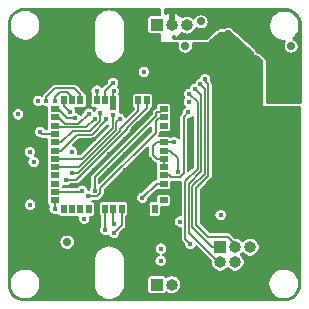
<source format=gbr>
G04 #@! TF.GenerationSoftware,KiCad,Pcbnew,(5.1.6)-1*
G04 #@! TF.CreationDate,2020-09-01T21:36:02-07:00*
G04 #@! TF.ProjectId,MiniCAM,4d696e69-4341-44d2-9e6b-696361645f70,rev?*
G04 #@! TF.SameCoordinates,Original*
G04 #@! TF.FileFunction,Copper,L4,Bot*
G04 #@! TF.FilePolarity,Positive*
%FSLAX46Y46*%
G04 Gerber Fmt 4.6, Leading zero omitted, Abs format (unit mm)*
G04 Created by KiCad (PCBNEW (5.1.6)-1) date 2020-09-01 21:36:02*
%MOMM*%
%LPD*%
G01*
G04 APERTURE LIST*
G04 #@! TA.AperFunction,ComponentPad*
%ADD10O,1.000000X1.000000*%
G04 #@! TD*
G04 #@! TA.AperFunction,ComponentPad*
%ADD11R,1.000000X1.000000*%
G04 #@! TD*
G04 #@! TA.AperFunction,SMDPad,CuDef*
%ADD12R,0.740000X0.500000*%
G04 #@! TD*
G04 #@! TA.AperFunction,SMDPad,CuDef*
%ADD13R,0.500000X0.740000*%
G04 #@! TD*
G04 #@! TA.AperFunction,SMDPad,CuDef*
%ADD14R,0.500000X1.248000*%
G04 #@! TD*
G04 #@! TA.AperFunction,ViaPad*
%ADD15C,0.450000*%
G04 #@! TD*
G04 #@! TA.AperFunction,ViaPad*
%ADD16C,0.700000*%
G04 #@! TD*
G04 #@! TA.AperFunction,Conductor*
%ADD17C,0.203200*%
G04 #@! TD*
G04 #@! TA.AperFunction,Conductor*
%ADD18C,0.152400*%
G04 #@! TD*
G04 #@! TA.AperFunction,Conductor*
%ADD19C,0.254000*%
G04 #@! TD*
G04 APERTURE END LIST*
D10*
X117030000Y-27113000D03*
X115760000Y-27113000D03*
D11*
X114490000Y-27113000D03*
X114490000Y-49113000D03*
D10*
X115760000Y-49113000D03*
D12*
X115075000Y-41950000D03*
X115075000Y-41250000D03*
X115075000Y-40550000D03*
X115075000Y-39850000D03*
X115075000Y-39150000D03*
X115075000Y-38450000D03*
X115075000Y-37750000D03*
X115075000Y-37050000D03*
X115075000Y-36350000D03*
X115075000Y-35650000D03*
X115075000Y-34950000D03*
X115075000Y-34250000D03*
D13*
X114340000Y-33515000D03*
X113640000Y-33515000D03*
X112940000Y-33515000D03*
X112240000Y-33515000D03*
X111540000Y-33515000D03*
D14*
X110840000Y-33769000D03*
D13*
X110140000Y-33515000D03*
X109440000Y-33515000D03*
X108740000Y-33515000D03*
X108040000Y-33515000D03*
X107340000Y-33515000D03*
X106640000Y-33515000D03*
D12*
X105905000Y-34250000D03*
X105905000Y-34950000D03*
X105905000Y-35650000D03*
X105905000Y-36350000D03*
X105905000Y-37050000D03*
X105905000Y-37750000D03*
X105905000Y-38450000D03*
X105905000Y-39150000D03*
X105905000Y-39850000D03*
X105905000Y-40550000D03*
X105905000Y-41250000D03*
X105905000Y-41950000D03*
D13*
X106640000Y-42685000D03*
X107340000Y-42685000D03*
X108040000Y-42685000D03*
X108740000Y-42685000D03*
X109440000Y-42685000D03*
X110140000Y-42685000D03*
X110840000Y-42685000D03*
X111540000Y-42685000D03*
X112240000Y-42685000D03*
X112940000Y-42685000D03*
X113640000Y-42685000D03*
X114340000Y-42685000D03*
D10*
X122402600Y-47193200D03*
X122402600Y-45923200D03*
X121132600Y-47193200D03*
X121132600Y-45923200D03*
X119862600Y-47193200D03*
D11*
X119862600Y-45923200D03*
D15*
X109194600Y-36817600D03*
X111785400Y-36817600D03*
X111785400Y-38087600D03*
X110490000Y-38087600D03*
X109169200Y-39433800D03*
X110490000Y-39408400D03*
X111785400Y-39408400D03*
X115849400Y-40538400D03*
X116001800Y-43154600D03*
X115036600Y-33401000D03*
X109169200Y-44500800D03*
X112547400Y-45796200D03*
X119938800Y-44119800D03*
X104673400Y-35255200D03*
X103809800Y-36982400D03*
X107924600Y-32105600D03*
X104838500Y-44818300D03*
D16*
X120523000Y-29235400D03*
X120523000Y-27863800D03*
D15*
X112522000Y-31013400D03*
D16*
X125831600Y-28879800D03*
D15*
X118338601Y-41198800D03*
D16*
X124460000Y-43680000D03*
X123190000Y-43680000D03*
X121920000Y-43680000D03*
X116840000Y-30480000D03*
X119380000Y-30480000D03*
X120650000Y-30480000D03*
D15*
X118567200Y-30784800D03*
X102565200Y-39573200D03*
X111252000Y-41452800D03*
D16*
X122428000Y-33261600D03*
D15*
X106070400Y-47206200D03*
X113080800Y-27876800D03*
X113741200Y-47917400D03*
X115544600Y-47993600D03*
X117246400Y-35229800D03*
X115976400Y-35991800D03*
X117503957Y-38684200D03*
X102768400Y-34696400D03*
D16*
X125044200Y-32410400D03*
X126111000Y-33197800D03*
X123190000Y-27940000D03*
X123190000Y-29210000D03*
D15*
X107315000Y-37846000D03*
X116264305Y-39564695D03*
X117221000Y-33655000D03*
X103759000Y-37896800D03*
X109423200Y-32689800D03*
D16*
X118211600Y-26822400D03*
D15*
X116459000Y-43764200D03*
D16*
X106921600Y-45516800D03*
D15*
X114833400Y-47079200D03*
X110134400Y-44475400D03*
X110845600Y-43967400D03*
X119913400Y-43230800D03*
X104622600Y-36169600D03*
X110845600Y-32689800D03*
X110794800Y-32029400D03*
X103784400Y-42341800D03*
D16*
X116916200Y-28905200D03*
D15*
X110871000Y-44729400D03*
X104089200Y-38735000D03*
X113411000Y-31102600D03*
X104470200Y-33541000D03*
X114858800Y-46063202D03*
X116001800Y-37058600D03*
X113292512Y-41740712D03*
X106807000Y-40233600D03*
X107289600Y-39649400D03*
X108381800Y-43510200D03*
X118598188Y-31716447D03*
X118189473Y-32158985D03*
X117718084Y-32534059D03*
X117271800Y-32969200D03*
X117322600Y-45656800D03*
X108203998Y-41148000D03*
X109245400Y-41173400D03*
X108712000Y-41605200D03*
X117187432Y-34514368D03*
X105867200Y-42697400D03*
X105156000Y-33528000D03*
X105892600Y-33528000D03*
X107162600Y-34518600D03*
X107594400Y-35030200D03*
X108737400Y-34620200D03*
X109245400Y-35052000D03*
X109728000Y-34594800D03*
X110242532Y-35062459D03*
X110769400Y-34770402D03*
X111353600Y-35052000D03*
D17*
X115849400Y-40856598D02*
X115849400Y-40538400D01*
X115849400Y-40894000D02*
X115849400Y-40856598D01*
X115075000Y-41250000D02*
X115493400Y-41250000D01*
X115493400Y-41250000D02*
X115849400Y-40894000D01*
X113640000Y-42685000D02*
X112240000Y-42685000D01*
X114340000Y-33515000D02*
X114922600Y-33515000D01*
X114922600Y-33515000D02*
X115036600Y-33401000D01*
X109440000Y-44230000D02*
X109440000Y-42685000D01*
X109169200Y-44500800D02*
X109440000Y-44230000D01*
D18*
X112240000Y-42685000D02*
X112240000Y-45488800D01*
X112240000Y-45488800D02*
X112547400Y-45796200D01*
X108740000Y-32921000D02*
X107924600Y-32105600D01*
X108740000Y-33515000D02*
X108740000Y-32921000D01*
X111540000Y-33515000D02*
X112240000Y-33515000D01*
X112240000Y-31295400D02*
X112240000Y-33515000D01*
X112522000Y-31013400D02*
X112240000Y-31295400D01*
D17*
X115618200Y-36350000D02*
X115976400Y-35991800D01*
X115075000Y-36350000D02*
X115618200Y-36350000D01*
X115691500Y-26918500D02*
X115510000Y-26737000D01*
X115510000Y-27100000D02*
X115691500Y-26918500D01*
D18*
X109440000Y-33515000D02*
X109440000Y-32706600D01*
X109440000Y-32706600D02*
X109423200Y-32689800D01*
D17*
X115648200Y-37750000D02*
X116264305Y-38366105D01*
X115075000Y-37750000D02*
X115648200Y-37750000D01*
X116264305Y-38366105D02*
X116264305Y-39564695D01*
X115075000Y-38450000D02*
X115075000Y-39150000D01*
X114501800Y-37050000D02*
X114173000Y-37378800D01*
X115075000Y-37050000D02*
X114501800Y-37050000D01*
X114501800Y-38450000D02*
X115075000Y-38450000D01*
X114173000Y-38121200D02*
X114501800Y-38450000D01*
X114173000Y-37378800D02*
X114173000Y-38121200D01*
X110140000Y-42685000D02*
X110140000Y-44469800D01*
X110140000Y-44469800D02*
X110134400Y-44475400D01*
D18*
X110840000Y-42685000D02*
X110840000Y-43961800D01*
X110840000Y-43961800D02*
X110845600Y-43967400D01*
D17*
X104803000Y-36350000D02*
X104622600Y-36169600D01*
X105905000Y-36350000D02*
X104803000Y-36350000D01*
D18*
X110840000Y-33769000D02*
X110840000Y-32695400D01*
X110840000Y-32695400D02*
X110845600Y-32689800D01*
X110140000Y-33515000D02*
X110140000Y-32684200D01*
X110140000Y-32684200D02*
X110794800Y-32029400D01*
X111540000Y-44060400D02*
X110871000Y-44729400D01*
X111540000Y-42685000D02*
X111540000Y-44060400D01*
D17*
X115993200Y-37050000D02*
X116001800Y-37058600D01*
X115075000Y-37050000D02*
X115993200Y-37050000D01*
X114483224Y-40550000D02*
X113292512Y-41740712D01*
X115075000Y-40550000D02*
X114483224Y-40550000D01*
D18*
X107681398Y-40233600D02*
X111963222Y-35951776D01*
X111963222Y-35951776D02*
X111963222Y-35813244D01*
X106807000Y-40233600D02*
X107681398Y-40233600D01*
X113640000Y-34037400D02*
X113640000Y-33515000D01*
X111963222Y-35813244D02*
X113640000Y-34136466D01*
X113640000Y-34136466D02*
X113640000Y-34037400D01*
X107834532Y-39649400D02*
X111379022Y-36104910D01*
X112940000Y-34037400D02*
X112940000Y-33515000D01*
X111379022Y-36104910D02*
X111379022Y-35966378D01*
X107289600Y-39649400D02*
X107834532Y-39649400D01*
X112940000Y-34405400D02*
X112940000Y-34037400D01*
X111379022Y-35966378D02*
X112940000Y-34405400D01*
X118598188Y-31716447D02*
X118598188Y-31882588D01*
X118598188Y-31882588D02*
X118872000Y-32156400D01*
X118872000Y-32156400D02*
X118872000Y-39891000D01*
X118872000Y-39891000D02*
X117830600Y-40932400D01*
X117830600Y-40932400D02*
X117830600Y-44018200D01*
X117830600Y-44018200D02*
X118859600Y-45047200D01*
X118859600Y-45047200D02*
X120523000Y-45047200D01*
X120523000Y-45047200D02*
X121132600Y-45656800D01*
X121132600Y-45656800D02*
X121132600Y-45923200D01*
X119481600Y-45847000D02*
X119481600Y-45923200D01*
X119481600Y-45669200D02*
X119481600Y-45923200D01*
X118189473Y-32158985D02*
X118567189Y-32536701D01*
X118567189Y-39738611D02*
X117525789Y-40780011D01*
X118567189Y-32536701D02*
X118567189Y-39738611D01*
X117525789Y-40780011D02*
X117525789Y-44259789D01*
X117525789Y-44259789D02*
X119189200Y-45923200D01*
X119189200Y-45923200D02*
X119862600Y-45923200D01*
X118262378Y-33078353D02*
X117718084Y-32534059D01*
X119862600Y-47193200D02*
X119671800Y-47193200D01*
X118262378Y-39510022D02*
X118262378Y-33078353D01*
X119671800Y-47193200D02*
X117220989Y-44742389D01*
X117220989Y-44742389D02*
X117220989Y-40551411D01*
X117220989Y-40551411D02*
X118262378Y-39510022D01*
X117957567Y-33654967D02*
X117957567Y-39276033D01*
X117271800Y-32969200D02*
X117957567Y-33654967D01*
X116916178Y-40317422D02*
X116916178Y-45250378D01*
X117957567Y-39276033D02*
X116916178Y-40317422D01*
X116916178Y-45250378D02*
X117322600Y-45656800D01*
X105905000Y-41250000D02*
X108101998Y-41250000D01*
X108101998Y-41250000D02*
X108203998Y-41148000D01*
X114792001Y-34471399D02*
X115013400Y-34250000D01*
X114476399Y-34517119D02*
X114522119Y-34471399D01*
X115013400Y-34250000D02*
X115075000Y-34250000D01*
X109245400Y-40018000D02*
X114122190Y-35141210D01*
X114522119Y-34471399D02*
X114792001Y-34471399D01*
X114122190Y-35141210D02*
X114122191Y-35140261D01*
X114122191Y-35140261D02*
X114476399Y-34786053D01*
X109245400Y-41173400D02*
X109245400Y-40018000D01*
X114476399Y-34786053D02*
X114476399Y-34517119D01*
X115062000Y-34963000D02*
X115075000Y-34950000D01*
X115062000Y-34963400D02*
X115062000Y-34963000D01*
X114730118Y-34963400D02*
X115062000Y-34963400D01*
X114427000Y-35266518D02*
X114730118Y-34963400D01*
X108733801Y-41627001D02*
X109463129Y-41627001D01*
X114427000Y-36233400D02*
X114427000Y-35266518D01*
X108712000Y-41605200D02*
X108733801Y-41627001D01*
X109463129Y-41627001D02*
X109702600Y-41387530D01*
X109702600Y-41387530D02*
X109702600Y-40957800D01*
X109702600Y-40957800D02*
X114427000Y-36233400D01*
X115503600Y-39850000D02*
X115671896Y-40018296D01*
X116792799Y-39613129D02*
X116792799Y-34909001D01*
X115671896Y-40018296D02*
X116482034Y-40018296D01*
X116792799Y-34909001D02*
X117187432Y-34514368D01*
X116840000Y-39660330D02*
X116792799Y-39613129D01*
X115075000Y-39850000D02*
X115503600Y-39850000D01*
X116482034Y-40018296D02*
X116840000Y-39660330D01*
X105905000Y-41950000D02*
X105905000Y-42659600D01*
X105905000Y-42659600D02*
X105867200Y-42697400D01*
X108040000Y-32992600D02*
X108040000Y-33515000D01*
X107533990Y-32486590D02*
X108040000Y-32992600D01*
X105879212Y-32486590D02*
X107533990Y-32486590D01*
X105156000Y-33209802D02*
X105879212Y-32486590D01*
X105156000Y-33528000D02*
X105156000Y-33209802D01*
X107340000Y-33222800D02*
X107340000Y-33515000D01*
X106908600Y-32791400D02*
X107340000Y-33222800D01*
X106311002Y-32791400D02*
X106908600Y-32791400D01*
X105892600Y-33528000D02*
X105892600Y-33209802D01*
X105892600Y-33209802D02*
X106311002Y-32791400D01*
X106640000Y-33996000D02*
X106640000Y-33515000D01*
X107162600Y-34518600D02*
X106640000Y-33996000D01*
X106157400Y-34250000D02*
X105905000Y-34250000D01*
X107594400Y-35030200D02*
X106937600Y-35030200D01*
X106937600Y-35030200D02*
X106157400Y-34250000D01*
X105905400Y-34950400D02*
X105905000Y-34950000D01*
X106705400Y-35483800D02*
X106172000Y-34950400D01*
X108737400Y-34620200D02*
X107873800Y-35483800D01*
X106172000Y-34950400D02*
X105905400Y-34950400D01*
X107873800Y-35483800D02*
X106705400Y-35483800D01*
X106043600Y-35788600D02*
X105905000Y-35650000D01*
X109245400Y-35052000D02*
X108508800Y-35788600D01*
X108508800Y-35788600D02*
X106043600Y-35788600D01*
X107371011Y-36106389D02*
X106427400Y-37050000D01*
X106427400Y-37050000D02*
X105905000Y-37050000D01*
X108862341Y-36106389D02*
X107371011Y-36106389D01*
X109728000Y-35240730D02*
X108862341Y-36106389D01*
X109728000Y-34594800D02*
X109728000Y-35240730D01*
X107766200Y-36411200D02*
X106427400Y-37750000D01*
X110242532Y-35062459D02*
X110242532Y-35157264D01*
X108988596Y-36411200D02*
X107766200Y-36411200D01*
X110242532Y-35157264D02*
X108988596Y-36411200D01*
X106427400Y-37750000D02*
X105905000Y-37750000D01*
X110769400Y-35852400D02*
X108171800Y-38450000D01*
X110769400Y-34770402D02*
X110769400Y-35852400D01*
X106427400Y-38450000D02*
X105905000Y-38450000D01*
X108171800Y-38450000D02*
X106427400Y-38450000D01*
X106427400Y-39150000D02*
X105905000Y-39150000D01*
X111353600Y-35052000D02*
X111074211Y-35331389D01*
X111074211Y-35331389D02*
X111074211Y-35978655D01*
X111074211Y-35978655D02*
X107902866Y-39150000D01*
X107902866Y-39150000D02*
X106427400Y-39150000D01*
D17*
G36*
X114754146Y-26306726D02*
G01*
X113990000Y-26306726D01*
X113930249Y-26312611D01*
X113872794Y-26330040D01*
X113819843Y-26358342D01*
X113773432Y-26396432D01*
X113735342Y-26442843D01*
X113707040Y-26495794D01*
X113689611Y-26553249D01*
X113683726Y-26613000D01*
X113683726Y-27613000D01*
X113689611Y-27672751D01*
X113707040Y-27730206D01*
X113735342Y-27783157D01*
X113773432Y-27829568D01*
X113819843Y-27867658D01*
X113872794Y-27895960D01*
X113930249Y-27913389D01*
X113990000Y-27919274D01*
X114746611Y-27919274D01*
X114744503Y-28370376D01*
X114750357Y-28431264D01*
X114767702Y-28488442D01*
X114795868Y-28541138D01*
X114833774Y-28587326D01*
X114879962Y-28625232D01*
X114932658Y-28653398D01*
X114989836Y-28670743D01*
X115049300Y-28676600D01*
X116302139Y-28676600D01*
X116286564Y-28714202D01*
X116261400Y-28840708D01*
X116261400Y-28969692D01*
X116286564Y-29096198D01*
X116335924Y-29215364D01*
X116407584Y-29322610D01*
X116498790Y-29413816D01*
X116606036Y-29485476D01*
X116725202Y-29534836D01*
X116851708Y-29560000D01*
X116980692Y-29560000D01*
X117107198Y-29534836D01*
X117226364Y-29485476D01*
X117333610Y-29413816D01*
X117424816Y-29322610D01*
X117496476Y-29215364D01*
X117545836Y-29096198D01*
X117571000Y-28969692D01*
X117571000Y-28840708D01*
X117545836Y-28714202D01*
X117530261Y-28676600D01*
X118694200Y-28676600D01*
X118737869Y-28673455D01*
X118795880Y-28659140D01*
X118849984Y-28633782D01*
X118898100Y-28598356D01*
X119828653Y-27760859D01*
X120700191Y-27750841D01*
X122569145Y-29422196D01*
X122609724Y-29520164D01*
X122681384Y-29627410D01*
X122772590Y-29718616D01*
X122879836Y-29790276D01*
X122999002Y-29839636D01*
X123046502Y-29849085D01*
X123393200Y-30159127D01*
X123393200Y-33782000D01*
X123399057Y-33841464D01*
X123416402Y-33898642D01*
X123444568Y-33951338D01*
X123482474Y-33997526D01*
X123528662Y-34035432D01*
X123581358Y-34063598D01*
X123638536Y-34080943D01*
X123698000Y-34086800D01*
X126644400Y-34086800D01*
X126644400Y-49032608D01*
X126616171Y-49320508D01*
X126537610Y-49580716D01*
X126410005Y-49820705D01*
X126238213Y-50031343D01*
X126028787Y-50204596D01*
X125789691Y-50333874D01*
X125530040Y-50414250D01*
X125243172Y-50444400D01*
X103367392Y-50444400D01*
X103079492Y-50416171D01*
X102819284Y-50337610D01*
X102579295Y-50210005D01*
X102368657Y-50038213D01*
X102195404Y-49828787D01*
X102066126Y-49589691D01*
X101985750Y-49330040D01*
X101955600Y-49043172D01*
X101955600Y-48921488D01*
X102045200Y-48921488D01*
X102045200Y-49178512D01*
X102095343Y-49430596D01*
X102193702Y-49668054D01*
X102336496Y-49881761D01*
X102518239Y-50063504D01*
X102731946Y-50206298D01*
X102969404Y-50304657D01*
X103221488Y-50354800D01*
X103478512Y-50354800D01*
X103730596Y-50304657D01*
X103968054Y-50206298D01*
X104181761Y-50063504D01*
X104363504Y-49881761D01*
X104506298Y-49668054D01*
X104604657Y-49430596D01*
X104654800Y-49178512D01*
X104654800Y-48921488D01*
X104604657Y-48669404D01*
X104506298Y-48431946D01*
X104363504Y-48218239D01*
X104181761Y-48036496D01*
X103968054Y-47893702D01*
X103730596Y-47795343D01*
X103478512Y-47745200D01*
X103221488Y-47745200D01*
X102969404Y-47795343D01*
X102731946Y-47893702D01*
X102518239Y-48036496D01*
X102336496Y-48218239D01*
X102193702Y-48431946D01*
X102095343Y-48669404D01*
X102045200Y-48921488D01*
X101955600Y-48921488D01*
X101955600Y-47035905D01*
X109185200Y-47035905D01*
X109185201Y-49164096D01*
X109204081Y-49355785D01*
X109278691Y-49601741D01*
X109399850Y-49828415D01*
X109562904Y-50027097D01*
X109761586Y-50190151D01*
X109988260Y-50311310D01*
X110234216Y-50385920D01*
X110490000Y-50411113D01*
X110745785Y-50385920D01*
X110991741Y-50311310D01*
X111218415Y-50190151D01*
X111417097Y-50027097D01*
X111580151Y-49828415D01*
X111701310Y-49601741D01*
X111775920Y-49355785D01*
X111794800Y-49164096D01*
X111794800Y-48613000D01*
X113683726Y-48613000D01*
X113683726Y-49613000D01*
X113689611Y-49672751D01*
X113707040Y-49730206D01*
X113735342Y-49783157D01*
X113773432Y-49829568D01*
X113819843Y-49867658D01*
X113872794Y-49895960D01*
X113930249Y-49913389D01*
X113990000Y-49919274D01*
X114990000Y-49919274D01*
X115049751Y-49913389D01*
X115107206Y-49895960D01*
X115160157Y-49867658D01*
X115206568Y-49829568D01*
X115244658Y-49783157D01*
X115263000Y-49748840D01*
X115378784Y-49826204D01*
X115525249Y-49886872D01*
X115680734Y-49917800D01*
X115839266Y-49917800D01*
X115994751Y-49886872D01*
X116141216Y-49826204D01*
X116273030Y-49738129D01*
X116385129Y-49626030D01*
X116473204Y-49494216D01*
X116533872Y-49347751D01*
X116564800Y-49192266D01*
X116564800Y-49033734D01*
X116542473Y-48921488D01*
X123945200Y-48921488D01*
X123945200Y-49178512D01*
X123995343Y-49430596D01*
X124093702Y-49668054D01*
X124236496Y-49881761D01*
X124418239Y-50063504D01*
X124631946Y-50206298D01*
X124869404Y-50304657D01*
X125121488Y-50354800D01*
X125378512Y-50354800D01*
X125630596Y-50304657D01*
X125868054Y-50206298D01*
X126081761Y-50063504D01*
X126263504Y-49881761D01*
X126406298Y-49668054D01*
X126504657Y-49430596D01*
X126554800Y-49178512D01*
X126554800Y-48921488D01*
X126504657Y-48669404D01*
X126406298Y-48431946D01*
X126263504Y-48218239D01*
X126081761Y-48036496D01*
X125868054Y-47893702D01*
X125630596Y-47795343D01*
X125378512Y-47745200D01*
X125121488Y-47745200D01*
X124869404Y-47795343D01*
X124631946Y-47893702D01*
X124418239Y-48036496D01*
X124236496Y-48218239D01*
X124093702Y-48431946D01*
X123995343Y-48669404D01*
X123945200Y-48921488D01*
X116542473Y-48921488D01*
X116533872Y-48878249D01*
X116473204Y-48731784D01*
X116385129Y-48599970D01*
X116273030Y-48487871D01*
X116141216Y-48399796D01*
X115994751Y-48339128D01*
X115839266Y-48308200D01*
X115680734Y-48308200D01*
X115525249Y-48339128D01*
X115378784Y-48399796D01*
X115263000Y-48477160D01*
X115244658Y-48442843D01*
X115206568Y-48396432D01*
X115160157Y-48358342D01*
X115107206Y-48330040D01*
X115049751Y-48312611D01*
X114990000Y-48306726D01*
X113990000Y-48306726D01*
X113930249Y-48312611D01*
X113872794Y-48330040D01*
X113819843Y-48358342D01*
X113773432Y-48396432D01*
X113735342Y-48442843D01*
X113707040Y-48495794D01*
X113689611Y-48553249D01*
X113683726Y-48613000D01*
X111794800Y-48613000D01*
X111794800Y-47035904D01*
X111793925Y-47027019D01*
X114303600Y-47027019D01*
X114303600Y-47131381D01*
X114323960Y-47233737D01*
X114363898Y-47330154D01*
X114421878Y-47416928D01*
X114495672Y-47490722D01*
X114582446Y-47548702D01*
X114678863Y-47588640D01*
X114781219Y-47609000D01*
X114885581Y-47609000D01*
X114987937Y-47588640D01*
X115084354Y-47548702D01*
X115171128Y-47490722D01*
X115244922Y-47416928D01*
X115302902Y-47330154D01*
X115342840Y-47233737D01*
X115363200Y-47131381D01*
X115363200Y-47027019D01*
X115342840Y-46924663D01*
X115302902Y-46828246D01*
X115244922Y-46741472D01*
X115171128Y-46667678D01*
X115084354Y-46609698D01*
X115000878Y-46575120D01*
X115013337Y-46572642D01*
X115109754Y-46532704D01*
X115196528Y-46474724D01*
X115270322Y-46400930D01*
X115328302Y-46314156D01*
X115368240Y-46217739D01*
X115388600Y-46115383D01*
X115388600Y-46011021D01*
X115368240Y-45908665D01*
X115328302Y-45812248D01*
X115270322Y-45725474D01*
X115196528Y-45651680D01*
X115109754Y-45593700D01*
X115013337Y-45553762D01*
X114910981Y-45533402D01*
X114806619Y-45533402D01*
X114704263Y-45553762D01*
X114607846Y-45593700D01*
X114521072Y-45651680D01*
X114447278Y-45725474D01*
X114389298Y-45812248D01*
X114349360Y-45908665D01*
X114329000Y-46011021D01*
X114329000Y-46115383D01*
X114349360Y-46217739D01*
X114389298Y-46314156D01*
X114447278Y-46400930D01*
X114521072Y-46474724D01*
X114607846Y-46532704D01*
X114691322Y-46567282D01*
X114678863Y-46569760D01*
X114582446Y-46609698D01*
X114495672Y-46667678D01*
X114421878Y-46741472D01*
X114363898Y-46828246D01*
X114323960Y-46924663D01*
X114303600Y-47027019D01*
X111793925Y-47027019D01*
X111775920Y-46844215D01*
X111701310Y-46598259D01*
X111580151Y-46371585D01*
X111417097Y-46172903D01*
X111218414Y-46009849D01*
X110991740Y-45888690D01*
X110745784Y-45814080D01*
X110490000Y-45788887D01*
X110234215Y-45814080D01*
X109988259Y-45888690D01*
X109761585Y-46009849D01*
X109562903Y-46172903D01*
X109399849Y-46371586D01*
X109278690Y-46598260D01*
X109204080Y-46844216D01*
X109185200Y-47035905D01*
X101955600Y-47035905D01*
X101955600Y-45452308D01*
X106266800Y-45452308D01*
X106266800Y-45581292D01*
X106291964Y-45707798D01*
X106341324Y-45826964D01*
X106412984Y-45934210D01*
X106504190Y-46025416D01*
X106611436Y-46097076D01*
X106730602Y-46146436D01*
X106857108Y-46171600D01*
X106986092Y-46171600D01*
X107112598Y-46146436D01*
X107231764Y-46097076D01*
X107339010Y-46025416D01*
X107430216Y-45934210D01*
X107501876Y-45826964D01*
X107551236Y-45707798D01*
X107576400Y-45581292D01*
X107576400Y-45452308D01*
X107551236Y-45325802D01*
X107501876Y-45206636D01*
X107430216Y-45099390D01*
X107339010Y-45008184D01*
X107231764Y-44936524D01*
X107112598Y-44887164D01*
X106986092Y-44862000D01*
X106857108Y-44862000D01*
X106730602Y-44887164D01*
X106611436Y-44936524D01*
X106504190Y-45008184D01*
X106412984Y-45099390D01*
X106341324Y-45206636D01*
X106291964Y-45325802D01*
X106266800Y-45452308D01*
X101955600Y-45452308D01*
X101955600Y-42289619D01*
X103254600Y-42289619D01*
X103254600Y-42393981D01*
X103274960Y-42496337D01*
X103314898Y-42592754D01*
X103372878Y-42679528D01*
X103446672Y-42753322D01*
X103533446Y-42811302D01*
X103629863Y-42851240D01*
X103732219Y-42871600D01*
X103836581Y-42871600D01*
X103938937Y-42851240D01*
X104035354Y-42811302D01*
X104122128Y-42753322D01*
X104195922Y-42679528D01*
X104253902Y-42592754D01*
X104293840Y-42496337D01*
X104314200Y-42393981D01*
X104314200Y-42289619D01*
X104293840Y-42187263D01*
X104253902Y-42090846D01*
X104195922Y-42004072D01*
X104122128Y-41930278D01*
X104035354Y-41872298D01*
X103938937Y-41832360D01*
X103836581Y-41812000D01*
X103732219Y-41812000D01*
X103629863Y-41832360D01*
X103533446Y-41872298D01*
X103446672Y-41930278D01*
X103372878Y-42004072D01*
X103314898Y-42090846D01*
X103274960Y-42187263D01*
X103254600Y-42289619D01*
X101955600Y-42289619D01*
X101955600Y-37844619D01*
X103229200Y-37844619D01*
X103229200Y-37948981D01*
X103249560Y-38051337D01*
X103289498Y-38147754D01*
X103347478Y-38234528D01*
X103421272Y-38308322D01*
X103508046Y-38366302D01*
X103604463Y-38406240D01*
X103663799Y-38418043D01*
X103619698Y-38484046D01*
X103579760Y-38580463D01*
X103559400Y-38682819D01*
X103559400Y-38787181D01*
X103579760Y-38889537D01*
X103619698Y-38985954D01*
X103677678Y-39072728D01*
X103751472Y-39146522D01*
X103838246Y-39204502D01*
X103934663Y-39244440D01*
X104037019Y-39264800D01*
X104141381Y-39264800D01*
X104243737Y-39244440D01*
X104340154Y-39204502D01*
X104426928Y-39146522D01*
X104500722Y-39072728D01*
X104558702Y-38985954D01*
X104598640Y-38889537D01*
X104619000Y-38787181D01*
X104619000Y-38682819D01*
X104598640Y-38580463D01*
X104558702Y-38484046D01*
X104500722Y-38397272D01*
X104426928Y-38323478D01*
X104340154Y-38265498D01*
X104243737Y-38225560D01*
X104184401Y-38213757D01*
X104228502Y-38147754D01*
X104268440Y-38051337D01*
X104288800Y-37948981D01*
X104288800Y-37844619D01*
X104268440Y-37742263D01*
X104228502Y-37645846D01*
X104170522Y-37559072D01*
X104096728Y-37485278D01*
X104009954Y-37427298D01*
X103913537Y-37387360D01*
X103811181Y-37367000D01*
X103706819Y-37367000D01*
X103604463Y-37387360D01*
X103508046Y-37427298D01*
X103421272Y-37485278D01*
X103347478Y-37559072D01*
X103289498Y-37645846D01*
X103249560Y-37742263D01*
X103229200Y-37844619D01*
X101955600Y-37844619D01*
X101955600Y-34644219D01*
X102238600Y-34644219D01*
X102238600Y-34748581D01*
X102258960Y-34850937D01*
X102298898Y-34947354D01*
X102356878Y-35034128D01*
X102430672Y-35107922D01*
X102517446Y-35165902D01*
X102613863Y-35205840D01*
X102716219Y-35226200D01*
X102820581Y-35226200D01*
X102922937Y-35205840D01*
X103019354Y-35165902D01*
X103106128Y-35107922D01*
X103179922Y-35034128D01*
X103237902Y-34947354D01*
X103277840Y-34850937D01*
X103298200Y-34748581D01*
X103298200Y-34644219D01*
X103277840Y-34541863D01*
X103237902Y-34445446D01*
X103179922Y-34358672D01*
X103106128Y-34284878D01*
X103019354Y-34226898D01*
X102922937Y-34186960D01*
X102820581Y-34166600D01*
X102716219Y-34166600D01*
X102613863Y-34186960D01*
X102517446Y-34226898D01*
X102430672Y-34284878D01*
X102356878Y-34358672D01*
X102298898Y-34445446D01*
X102258960Y-34541863D01*
X102238600Y-34644219D01*
X101955600Y-34644219D01*
X101955600Y-33488819D01*
X103940400Y-33488819D01*
X103940400Y-33593181D01*
X103960760Y-33695537D01*
X104000698Y-33791954D01*
X104058678Y-33878728D01*
X104132472Y-33952522D01*
X104219246Y-34010502D01*
X104315663Y-34050440D01*
X104418019Y-34070800D01*
X104522381Y-34070800D01*
X104624737Y-34050440D01*
X104721154Y-34010502D01*
X104807928Y-33952522D01*
X104819864Y-33940586D01*
X104905046Y-33997502D01*
X105001463Y-34037440D01*
X105103819Y-34057800D01*
X105208181Y-34057800D01*
X105228726Y-34053713D01*
X105228726Y-34500000D01*
X105234611Y-34559751D01*
X105246821Y-34600000D01*
X105234611Y-34640249D01*
X105228726Y-34700000D01*
X105228726Y-35200000D01*
X105234611Y-35259751D01*
X105246821Y-35300000D01*
X105234611Y-35340249D01*
X105228726Y-35400000D01*
X105228726Y-35900000D01*
X105233020Y-35943600D01*
X105102438Y-35943600D01*
X105092102Y-35918646D01*
X105034122Y-35831872D01*
X104960328Y-35758078D01*
X104873554Y-35700098D01*
X104777137Y-35660160D01*
X104674781Y-35639800D01*
X104570419Y-35639800D01*
X104468063Y-35660160D01*
X104371646Y-35700098D01*
X104284872Y-35758078D01*
X104211078Y-35831872D01*
X104153098Y-35918646D01*
X104113160Y-36015063D01*
X104092800Y-36117419D01*
X104092800Y-36221781D01*
X104113160Y-36324137D01*
X104153098Y-36420554D01*
X104211078Y-36507328D01*
X104284872Y-36581122D01*
X104371646Y-36639102D01*
X104468063Y-36679040D01*
X104570419Y-36699400D01*
X104594563Y-36699400D01*
X104646725Y-36727281D01*
X104705502Y-36745110D01*
X104723331Y-36750519D01*
X104731335Y-36751307D01*
X104783040Y-36756400D01*
X104783046Y-36756400D01*
X104802999Y-36758365D01*
X104822952Y-36756400D01*
X105233020Y-36756400D01*
X105228726Y-36800000D01*
X105228726Y-37300000D01*
X105234611Y-37359751D01*
X105246821Y-37400000D01*
X105234611Y-37440249D01*
X105228726Y-37500000D01*
X105228726Y-38000000D01*
X105234611Y-38059751D01*
X105246821Y-38100000D01*
X105234611Y-38140249D01*
X105228726Y-38200000D01*
X105228726Y-38700000D01*
X105234611Y-38759751D01*
X105246821Y-38800000D01*
X105234611Y-38840249D01*
X105228726Y-38900000D01*
X105228726Y-39400000D01*
X105234611Y-39459751D01*
X105246821Y-39500000D01*
X105234611Y-39540249D01*
X105228726Y-39600000D01*
X105228726Y-40100000D01*
X105234611Y-40159751D01*
X105246821Y-40200000D01*
X105234611Y-40240249D01*
X105228726Y-40300000D01*
X105228726Y-40800000D01*
X105234611Y-40859751D01*
X105246821Y-40900000D01*
X105234611Y-40940249D01*
X105228726Y-41000000D01*
X105228726Y-41500000D01*
X105234611Y-41559751D01*
X105246821Y-41600000D01*
X105234611Y-41640249D01*
X105228726Y-41700000D01*
X105228726Y-42200000D01*
X105234611Y-42259751D01*
X105252040Y-42317206D01*
X105280342Y-42370157D01*
X105318432Y-42416568D01*
X105364843Y-42454658D01*
X105388957Y-42467547D01*
X105357760Y-42542863D01*
X105337400Y-42645219D01*
X105337400Y-42749581D01*
X105357760Y-42851937D01*
X105397698Y-42948354D01*
X105455678Y-43035128D01*
X105529472Y-43108922D01*
X105616246Y-43166902D01*
X105712663Y-43206840D01*
X105815019Y-43227200D01*
X105919381Y-43227200D01*
X106021737Y-43206840D01*
X106106851Y-43171584D01*
X106107040Y-43172206D01*
X106135342Y-43225157D01*
X106173432Y-43271568D01*
X106219843Y-43309658D01*
X106272794Y-43337960D01*
X106330249Y-43355389D01*
X106390000Y-43361274D01*
X106890000Y-43361274D01*
X106949751Y-43355389D01*
X106990000Y-43343179D01*
X107030249Y-43355389D01*
X107090000Y-43361274D01*
X107590000Y-43361274D01*
X107649751Y-43355389D01*
X107690000Y-43343179D01*
X107730249Y-43355389D01*
X107790000Y-43361274D01*
X107871244Y-43361274D01*
X107852000Y-43458019D01*
X107852000Y-43562381D01*
X107872360Y-43664737D01*
X107912298Y-43761154D01*
X107970278Y-43847928D01*
X108044072Y-43921722D01*
X108130846Y-43979702D01*
X108227263Y-44019640D01*
X108329619Y-44040000D01*
X108433981Y-44040000D01*
X108536337Y-44019640D01*
X108632754Y-43979702D01*
X108719528Y-43921722D01*
X108793322Y-43847928D01*
X108851302Y-43761154D01*
X108891240Y-43664737D01*
X108911600Y-43562381D01*
X108911600Y-43458019D01*
X108892356Y-43361274D01*
X108990000Y-43361274D01*
X109049751Y-43355389D01*
X109107206Y-43337960D01*
X109160157Y-43309658D01*
X109206568Y-43271568D01*
X109244658Y-43225157D01*
X109272960Y-43172206D01*
X109290389Y-43114751D01*
X109296274Y-43055000D01*
X109296274Y-42315000D01*
X109583726Y-42315000D01*
X109583726Y-43055000D01*
X109589611Y-43114751D01*
X109607040Y-43172206D01*
X109635342Y-43225157D01*
X109673432Y-43271568D01*
X109719843Y-43309658D01*
X109733600Y-43317011D01*
X109733601Y-44126949D01*
X109722878Y-44137672D01*
X109664898Y-44224446D01*
X109624960Y-44320863D01*
X109604600Y-44423219D01*
X109604600Y-44527581D01*
X109624960Y-44629937D01*
X109664898Y-44726354D01*
X109722878Y-44813128D01*
X109796672Y-44886922D01*
X109883446Y-44944902D01*
X109979863Y-44984840D01*
X110082219Y-45005200D01*
X110186581Y-45005200D01*
X110288937Y-44984840D01*
X110385354Y-44944902D01*
X110386497Y-44944138D01*
X110401498Y-44980354D01*
X110459478Y-45067128D01*
X110533272Y-45140922D01*
X110620046Y-45198902D01*
X110716463Y-45238840D01*
X110818819Y-45259200D01*
X110923181Y-45259200D01*
X111025537Y-45238840D01*
X111121954Y-45198902D01*
X111208728Y-45140922D01*
X111282522Y-45067128D01*
X111340502Y-44980354D01*
X111380440Y-44883937D01*
X111400800Y-44781581D01*
X111400800Y-44738414D01*
X111796174Y-44343041D01*
X111810711Y-44331111D01*
X111841167Y-44294000D01*
X111858322Y-44273097D01*
X111893701Y-44206908D01*
X111915487Y-44135089D01*
X111921000Y-44079113D01*
X111921000Y-44079110D01*
X111922843Y-44060400D01*
X111921000Y-44041690D01*
X111921000Y-43330587D01*
X111960157Y-43309658D01*
X112006568Y-43271568D01*
X112044658Y-43225157D01*
X112072960Y-43172206D01*
X112090389Y-43114751D01*
X112096274Y-43055000D01*
X112096274Y-42315000D01*
X113783726Y-42315000D01*
X113783726Y-43055000D01*
X113789611Y-43114751D01*
X113807040Y-43172206D01*
X113835342Y-43225157D01*
X113873432Y-43271568D01*
X113919843Y-43309658D01*
X113972794Y-43337960D01*
X114030249Y-43355389D01*
X114090000Y-43361274D01*
X114590000Y-43361274D01*
X114649751Y-43355389D01*
X114707206Y-43337960D01*
X114760157Y-43309658D01*
X114806568Y-43271568D01*
X114844658Y-43225157D01*
X114872960Y-43172206D01*
X114890389Y-43114751D01*
X114896274Y-43055000D01*
X114896274Y-42506274D01*
X115445000Y-42506274D01*
X115504751Y-42500389D01*
X115562206Y-42482960D01*
X115615157Y-42454658D01*
X115661568Y-42416568D01*
X115699658Y-42370157D01*
X115727960Y-42317206D01*
X115745389Y-42259751D01*
X115751274Y-42200000D01*
X115751274Y-41700000D01*
X115745389Y-41640249D01*
X115727960Y-41582794D01*
X115699658Y-41529843D01*
X115661568Y-41483432D01*
X115615157Y-41445342D01*
X115562206Y-41417040D01*
X115504751Y-41399611D01*
X115445000Y-41393726D01*
X114705000Y-41393726D01*
X114645249Y-41399611D01*
X114587794Y-41417040D01*
X114534843Y-41445342D01*
X114488432Y-41483432D01*
X114450342Y-41529843D01*
X114422040Y-41582794D01*
X114404611Y-41640249D01*
X114398726Y-41700000D01*
X114398726Y-42008726D01*
X114090000Y-42008726D01*
X114030249Y-42014611D01*
X113972794Y-42032040D01*
X113919843Y-42060342D01*
X113873432Y-42098432D01*
X113835342Y-42144843D01*
X113807040Y-42197794D01*
X113789611Y-42255249D01*
X113783726Y-42315000D01*
X112096274Y-42315000D01*
X112090389Y-42255249D01*
X112072960Y-42197794D01*
X112044658Y-42144843D01*
X112006568Y-42098432D01*
X111960157Y-42060342D01*
X111907206Y-42032040D01*
X111849751Y-42014611D01*
X111790000Y-42008726D01*
X111290000Y-42008726D01*
X111230249Y-42014611D01*
X111190000Y-42026821D01*
X111149751Y-42014611D01*
X111090000Y-42008726D01*
X110590000Y-42008726D01*
X110530249Y-42014611D01*
X110490000Y-42026821D01*
X110449751Y-42014611D01*
X110390000Y-42008726D01*
X109890000Y-42008726D01*
X109830249Y-42014611D01*
X109772794Y-42032040D01*
X109719843Y-42060342D01*
X109673432Y-42098432D01*
X109635342Y-42144843D01*
X109607040Y-42197794D01*
X109589611Y-42255249D01*
X109583726Y-42315000D01*
X109296274Y-42315000D01*
X109290389Y-42255249D01*
X109272960Y-42197794D01*
X109244658Y-42144843D01*
X109206568Y-42098432D01*
X109160157Y-42060342D01*
X109107206Y-42032040D01*
X109051353Y-42015097D01*
X109058449Y-42008001D01*
X109444419Y-42008001D01*
X109463129Y-42009844D01*
X109481839Y-42008001D01*
X109481842Y-42008001D01*
X109537818Y-42002488D01*
X109609637Y-41980702D01*
X109675825Y-41945323D01*
X109733840Y-41897712D01*
X109745775Y-41883169D01*
X109958769Y-41670175D01*
X109973311Y-41658241D01*
X110006987Y-41617206D01*
X110020922Y-41600227D01*
X110056301Y-41534038D01*
X110057371Y-41530512D01*
X110078087Y-41462219D01*
X110083600Y-41406243D01*
X110083600Y-41406241D01*
X110085443Y-41387531D01*
X110083600Y-41368821D01*
X110083600Y-41115614D01*
X113766600Y-37432616D01*
X113766601Y-38101238D01*
X113764635Y-38121200D01*
X113772481Y-38200868D01*
X113795719Y-38277474D01*
X113804405Y-38293724D01*
X113833457Y-38348076D01*
X113848415Y-38366302D01*
X113871518Y-38394454D01*
X113871524Y-38394460D01*
X113884243Y-38409958D01*
X113899741Y-38422677D01*
X114200318Y-38723254D01*
X114213042Y-38738758D01*
X114274924Y-38789544D01*
X114345525Y-38827281D01*
X114388276Y-38840249D01*
X114404137Y-38845060D01*
X114398726Y-38900000D01*
X114398726Y-39400000D01*
X114404611Y-39459751D01*
X114416821Y-39500000D01*
X114404611Y-39540249D01*
X114398726Y-39600000D01*
X114398726Y-40100000D01*
X114403599Y-40149477D01*
X114403555Y-40149481D01*
X114341444Y-40168322D01*
X114326949Y-40172719D01*
X114256348Y-40210456D01*
X114238033Y-40225487D01*
X114209969Y-40248518D01*
X114209964Y-40248523D01*
X114194466Y-40261242D01*
X114181747Y-40276741D01*
X113247576Y-41210912D01*
X113240331Y-41210912D01*
X113137975Y-41231272D01*
X113041558Y-41271210D01*
X112954784Y-41329190D01*
X112880990Y-41402984D01*
X112823010Y-41489758D01*
X112783072Y-41586175D01*
X112762712Y-41688531D01*
X112762712Y-41792893D01*
X112783072Y-41895249D01*
X112823010Y-41991666D01*
X112880990Y-42078440D01*
X112954784Y-42152234D01*
X113041558Y-42210214D01*
X113137975Y-42250152D01*
X113240331Y-42270512D01*
X113344693Y-42270512D01*
X113447049Y-42250152D01*
X113543466Y-42210214D01*
X113630240Y-42152234D01*
X113704034Y-42078440D01*
X113762014Y-41991666D01*
X113801952Y-41895249D01*
X113822312Y-41792893D01*
X113822312Y-41785648D01*
X114546873Y-41061088D01*
X114587794Y-41082960D01*
X114645249Y-41100389D01*
X114705000Y-41106274D01*
X115445000Y-41106274D01*
X115504751Y-41100389D01*
X115562206Y-41082960D01*
X115615157Y-41054658D01*
X115661568Y-41016568D01*
X115699658Y-40970157D01*
X115727960Y-40917206D01*
X115745389Y-40859751D01*
X115751274Y-40800000D01*
X115751274Y-40399296D01*
X116463324Y-40399296D01*
X116482034Y-40401139D01*
X116500744Y-40399296D01*
X116500747Y-40399296D01*
X116535178Y-40395905D01*
X116535179Y-43239173D01*
X116511181Y-43234400D01*
X116406819Y-43234400D01*
X116304463Y-43254760D01*
X116208046Y-43294698D01*
X116121272Y-43352678D01*
X116047478Y-43426472D01*
X115989498Y-43513246D01*
X115949560Y-43609663D01*
X115929200Y-43712019D01*
X115929200Y-43816381D01*
X115949560Y-43918737D01*
X115989498Y-44015154D01*
X116047478Y-44101928D01*
X116121272Y-44175722D01*
X116208046Y-44233702D01*
X116304463Y-44273640D01*
X116406819Y-44294000D01*
X116511181Y-44294000D01*
X116535179Y-44289227D01*
X116535179Y-45231658D01*
X116533335Y-45250378D01*
X116540692Y-45325066D01*
X116562477Y-45396885D01*
X116597856Y-45463074D01*
X116622662Y-45493299D01*
X116645468Y-45521089D01*
X116660005Y-45533019D01*
X116792800Y-45665815D01*
X116792800Y-45708981D01*
X116813160Y-45811337D01*
X116853098Y-45907754D01*
X116911078Y-45994528D01*
X116984872Y-46068322D01*
X117071646Y-46126302D01*
X117168063Y-46166240D01*
X117270419Y-46186600D01*
X117374781Y-46186600D01*
X117477137Y-46166240D01*
X117573554Y-46126302D01*
X117660328Y-46068322D01*
X117734122Y-45994528D01*
X117792102Y-45907754D01*
X117808340Y-45868554D01*
X119057800Y-47118015D01*
X119057800Y-47272466D01*
X119088728Y-47427951D01*
X119149396Y-47574416D01*
X119237471Y-47706230D01*
X119349570Y-47818329D01*
X119481384Y-47906404D01*
X119627849Y-47967072D01*
X119783334Y-47998000D01*
X119941866Y-47998000D01*
X120097351Y-47967072D01*
X120243816Y-47906404D01*
X120375630Y-47818329D01*
X120487729Y-47706230D01*
X120497600Y-47691457D01*
X120507471Y-47706230D01*
X120619570Y-47818329D01*
X120751384Y-47906404D01*
X120897849Y-47967072D01*
X121053334Y-47998000D01*
X121211866Y-47998000D01*
X121367351Y-47967072D01*
X121513816Y-47906404D01*
X121645630Y-47818329D01*
X121757729Y-47706230D01*
X121845804Y-47574416D01*
X121906472Y-47427951D01*
X121937400Y-47272466D01*
X121937400Y-47113934D01*
X121906472Y-46958449D01*
X121845804Y-46811984D01*
X121757729Y-46680170D01*
X121645630Y-46568071D01*
X121630857Y-46558200D01*
X121645630Y-46548329D01*
X121757729Y-46436230D01*
X121767600Y-46421457D01*
X121777471Y-46436230D01*
X121889570Y-46548329D01*
X122021384Y-46636404D01*
X122167849Y-46697072D01*
X122323334Y-46728000D01*
X122481866Y-46728000D01*
X122637351Y-46697072D01*
X122783816Y-46636404D01*
X122915630Y-46548329D01*
X123027729Y-46436230D01*
X123115804Y-46304416D01*
X123176472Y-46157951D01*
X123207400Y-46002466D01*
X123207400Y-45843934D01*
X123176472Y-45688449D01*
X123115804Y-45541984D01*
X123027729Y-45410170D01*
X122915630Y-45298071D01*
X122783816Y-45209996D01*
X122637351Y-45149328D01*
X122481866Y-45118400D01*
X122323334Y-45118400D01*
X122167849Y-45149328D01*
X122021384Y-45209996D01*
X121889570Y-45298071D01*
X121777471Y-45410170D01*
X121767600Y-45424943D01*
X121757729Y-45410170D01*
X121645630Y-45298071D01*
X121513816Y-45209996D01*
X121367351Y-45149328D01*
X121211866Y-45118400D01*
X121133015Y-45118400D01*
X120805645Y-44791031D01*
X120793711Y-44776489D01*
X120735696Y-44728878D01*
X120669508Y-44693499D01*
X120597689Y-44671713D01*
X120541713Y-44666200D01*
X120541710Y-44666200D01*
X120523000Y-44664357D01*
X120504290Y-44666200D01*
X119017415Y-44666200D01*
X118211600Y-43860386D01*
X118211600Y-43178619D01*
X119383600Y-43178619D01*
X119383600Y-43282981D01*
X119403960Y-43385337D01*
X119443898Y-43481754D01*
X119501878Y-43568528D01*
X119575672Y-43642322D01*
X119662446Y-43700302D01*
X119758863Y-43740240D01*
X119861219Y-43760600D01*
X119965581Y-43760600D01*
X120067937Y-43740240D01*
X120164354Y-43700302D01*
X120251128Y-43642322D01*
X120324922Y-43568528D01*
X120382902Y-43481754D01*
X120422840Y-43385337D01*
X120443200Y-43282981D01*
X120443200Y-43178619D01*
X120422840Y-43076263D01*
X120382902Y-42979846D01*
X120324922Y-42893072D01*
X120251128Y-42819278D01*
X120164354Y-42761298D01*
X120067937Y-42721360D01*
X119965581Y-42701000D01*
X119861219Y-42701000D01*
X119758863Y-42721360D01*
X119662446Y-42761298D01*
X119575672Y-42819278D01*
X119501878Y-42893072D01*
X119443898Y-42979846D01*
X119403960Y-43076263D01*
X119383600Y-43178619D01*
X118211600Y-43178619D01*
X118211600Y-41090214D01*
X119128174Y-40173641D01*
X119142711Y-40161711D01*
X119175749Y-40121454D01*
X119190322Y-40103697D01*
X119225701Y-40037508D01*
X119227857Y-40030400D01*
X119247487Y-39965689D01*
X119253000Y-39909713D01*
X119253000Y-39909711D01*
X119254843Y-39891001D01*
X119253000Y-39872291D01*
X119253000Y-32175110D01*
X119254843Y-32156400D01*
X119252527Y-32132889D01*
X119247487Y-32081711D01*
X119225701Y-32009892D01*
X119222690Y-32004259D01*
X119190322Y-31943703D01*
X119154640Y-31900224D01*
X119154637Y-31900221D01*
X119142711Y-31885689D01*
X119128180Y-31873764D01*
X119110577Y-31856161D01*
X119127988Y-31768628D01*
X119127988Y-31664266D01*
X119107628Y-31561910D01*
X119067690Y-31465493D01*
X119009710Y-31378719D01*
X118935916Y-31304925D01*
X118849142Y-31246945D01*
X118752725Y-31207007D01*
X118650369Y-31186647D01*
X118546007Y-31186647D01*
X118443651Y-31207007D01*
X118347234Y-31246945D01*
X118260460Y-31304925D01*
X118186666Y-31378719D01*
X118128686Y-31465493D01*
X118088748Y-31561910D01*
X118072815Y-31642010D01*
X118034936Y-31649545D01*
X117938519Y-31689483D01*
X117851745Y-31747463D01*
X117777951Y-31821257D01*
X117719971Y-31908031D01*
X117680111Y-32004259D01*
X117665903Y-32004259D01*
X117563547Y-32024619D01*
X117467130Y-32064557D01*
X117380356Y-32122537D01*
X117306562Y-32196331D01*
X117248582Y-32283105D01*
X117208644Y-32379522D01*
X117195791Y-32444140D01*
X117117263Y-32459760D01*
X117020846Y-32499698D01*
X116934072Y-32557678D01*
X116860278Y-32631472D01*
X116802298Y-32718246D01*
X116762360Y-32814663D01*
X116742000Y-32917019D01*
X116742000Y-33021381D01*
X116762360Y-33123737D01*
X116802298Y-33220154D01*
X116844074Y-33282676D01*
X116809478Y-33317272D01*
X116751498Y-33404046D01*
X116711560Y-33500463D01*
X116691200Y-33602819D01*
X116691200Y-33707181D01*
X116711560Y-33809537D01*
X116751498Y-33905954D01*
X116809478Y-33992728D01*
X116883272Y-34066522D01*
X116893670Y-34073469D01*
X116849704Y-34102846D01*
X116775910Y-34176640D01*
X116717930Y-34263414D01*
X116677992Y-34359831D01*
X116657632Y-34462187D01*
X116657632Y-34505354D01*
X116536626Y-34626360D01*
X116522089Y-34638290D01*
X116510160Y-34652826D01*
X116474477Y-34696305D01*
X116439098Y-34762494D01*
X116426662Y-34803493D01*
X116417743Y-34832897D01*
X116417313Y-34834313D01*
X116409956Y-34909001D01*
X116411800Y-34927721D01*
X116411800Y-36719350D01*
X116339528Y-36647078D01*
X116252754Y-36589098D01*
X116156337Y-36549160D01*
X116053981Y-36528800D01*
X115949619Y-36528800D01*
X115847263Y-36549160D01*
X115750846Y-36589098D01*
X115696190Y-36625618D01*
X115661568Y-36583432D01*
X115615157Y-36545342D01*
X115562206Y-36517040D01*
X115504751Y-36499611D01*
X115445000Y-36493726D01*
X114706234Y-36493726D01*
X114709637Y-36489579D01*
X114709640Y-36489576D01*
X114745322Y-36446096D01*
X114780701Y-36379908D01*
X114785962Y-36362565D01*
X114802487Y-36308089D01*
X114808000Y-36252113D01*
X114808000Y-36252110D01*
X114809843Y-36233400D01*
X114808000Y-36214690D01*
X114808000Y-36206274D01*
X115445000Y-36206274D01*
X115504751Y-36200389D01*
X115562206Y-36182960D01*
X115615157Y-36154658D01*
X115661568Y-36116568D01*
X115699658Y-36070157D01*
X115727960Y-36017206D01*
X115745389Y-35959751D01*
X115751274Y-35900000D01*
X115751274Y-35400000D01*
X115745389Y-35340249D01*
X115733179Y-35300000D01*
X115745389Y-35259751D01*
X115751274Y-35200000D01*
X115751274Y-34700000D01*
X115745389Y-34640249D01*
X115733179Y-34600000D01*
X115745389Y-34559751D01*
X115751274Y-34500000D01*
X115751274Y-34000000D01*
X115745389Y-33940249D01*
X115727960Y-33882794D01*
X115699658Y-33829843D01*
X115661568Y-33783432D01*
X115615157Y-33745342D01*
X115562206Y-33717040D01*
X115504751Y-33699611D01*
X115445000Y-33693726D01*
X114705000Y-33693726D01*
X114645249Y-33699611D01*
X114587794Y-33717040D01*
X114534843Y-33745342D01*
X114488432Y-33783432D01*
X114450342Y-33829843D01*
X114422040Y-33882794D01*
X114404611Y-33940249D01*
X114398726Y-34000000D01*
X114398726Y-34110686D01*
X114375611Y-34117698D01*
X114309423Y-34153077D01*
X114251408Y-34200688D01*
X114239473Y-34215231D01*
X114220226Y-34234478D01*
X114205689Y-34246408D01*
X114193760Y-34260944D01*
X114158077Y-34304423D01*
X114140364Y-34337561D01*
X114122698Y-34370611D01*
X114100912Y-34442430D01*
X114095399Y-34498406D01*
X114093556Y-34517119D01*
X114095399Y-34535829D01*
X114095399Y-34628238D01*
X113866160Y-34857478D01*
X113851766Y-34869265D01*
X113839692Y-34883946D01*
X113839552Y-34884086D01*
X113835222Y-34889362D01*
X108989227Y-39735359D01*
X108974690Y-39747289D01*
X108959172Y-39766198D01*
X108927078Y-39805304D01*
X108891699Y-39871493D01*
X108884304Y-39895872D01*
X108870332Y-39941935D01*
X108869914Y-39943312D01*
X108862557Y-40018000D01*
X108864401Y-40036720D01*
X108864400Y-40805150D01*
X108833878Y-40835672D01*
X108775898Y-40922446D01*
X108735960Y-41018863D01*
X108727225Y-41062776D01*
X108713438Y-40993463D01*
X108673500Y-40897046D01*
X108615520Y-40810272D01*
X108541726Y-40736478D01*
X108454952Y-40678498D01*
X108358535Y-40638560D01*
X108256179Y-40618200D01*
X108151817Y-40618200D01*
X108049461Y-40638560D01*
X107953044Y-40678498D01*
X107866270Y-40736478D01*
X107792476Y-40810272D01*
X107753236Y-40869000D01*
X106572583Y-40869000D01*
X106575389Y-40859751D01*
X106581274Y-40800000D01*
X106581274Y-40713552D01*
X106652463Y-40743040D01*
X106754819Y-40763400D01*
X106859181Y-40763400D01*
X106961537Y-40743040D01*
X107057954Y-40703102D01*
X107144728Y-40645122D01*
X107175250Y-40614600D01*
X107662688Y-40614600D01*
X107681398Y-40616443D01*
X107700108Y-40614600D01*
X107700111Y-40614600D01*
X107756087Y-40609087D01*
X107827906Y-40587301D01*
X107894094Y-40551922D01*
X107952109Y-40504311D01*
X107964044Y-40489768D01*
X112219402Y-36234412D01*
X112233933Y-36222487D01*
X112245859Y-36207955D01*
X112245862Y-36207952D01*
X112281544Y-36164473D01*
X112316923Y-36098284D01*
X112318563Y-36092878D01*
X112338709Y-36026465D01*
X112344160Y-35971120D01*
X113896175Y-34419106D01*
X113910711Y-34407177D01*
X113941840Y-34369246D01*
X113958322Y-34349163D01*
X113993701Y-34282974D01*
X113993853Y-34282472D01*
X114015487Y-34211155D01*
X114020438Y-34160888D01*
X114060157Y-34139658D01*
X114106568Y-34101568D01*
X114144658Y-34055157D01*
X114172960Y-34002206D01*
X114190389Y-33944751D01*
X114196274Y-33885000D01*
X114196274Y-33145000D01*
X114190389Y-33085249D01*
X114172960Y-33027794D01*
X114144658Y-32974843D01*
X114106568Y-32928432D01*
X114060157Y-32890342D01*
X114007206Y-32862040D01*
X113949751Y-32844611D01*
X113890000Y-32838726D01*
X113390000Y-32838726D01*
X113330249Y-32844611D01*
X113290000Y-32856821D01*
X113249751Y-32844611D01*
X113190000Y-32838726D01*
X112690000Y-32838726D01*
X112630249Y-32844611D01*
X112572794Y-32862040D01*
X112519843Y-32890342D01*
X112473432Y-32928432D01*
X112435342Y-32974843D01*
X112407040Y-33027794D01*
X112389611Y-33085249D01*
X112383726Y-33145000D01*
X112383726Y-33885000D01*
X112389611Y-33944751D01*
X112407040Y-34002206D01*
X112435342Y-34055157D01*
X112473432Y-34101568D01*
X112519843Y-34139658D01*
X112559000Y-34160587D01*
X112559000Y-34247585D01*
X111870686Y-34935900D01*
X111863040Y-34897463D01*
X111823102Y-34801046D01*
X111765122Y-34714272D01*
X111691328Y-34640478D01*
X111604554Y-34582498D01*
X111508137Y-34542560D01*
X111405781Y-34522200D01*
X111366549Y-34522200D01*
X111372960Y-34510206D01*
X111390389Y-34452751D01*
X111396274Y-34393000D01*
X111396274Y-33145000D01*
X111390389Y-33085249D01*
X111372960Y-33027794D01*
X111344658Y-32974843D01*
X111315632Y-32939476D01*
X111355040Y-32844337D01*
X111375400Y-32741981D01*
X111375400Y-32637619D01*
X111355040Y-32535263D01*
X111315102Y-32438846D01*
X111257122Y-32352072D01*
X111232700Y-32327650D01*
X111264302Y-32280354D01*
X111304240Y-32183937D01*
X111324600Y-32081581D01*
X111324600Y-31977219D01*
X111304240Y-31874863D01*
X111264302Y-31778446D01*
X111206322Y-31691672D01*
X111132528Y-31617878D01*
X111045754Y-31559898D01*
X110949337Y-31519960D01*
X110846981Y-31499600D01*
X110742619Y-31499600D01*
X110640263Y-31519960D01*
X110543846Y-31559898D01*
X110457072Y-31617878D01*
X110383278Y-31691672D01*
X110325298Y-31778446D01*
X110285360Y-31874863D01*
X110265000Y-31977219D01*
X110265000Y-32020385D01*
X109883827Y-32401559D01*
X109873468Y-32410060D01*
X109834722Y-32352072D01*
X109760928Y-32278278D01*
X109674154Y-32220298D01*
X109577737Y-32180360D01*
X109475381Y-32160000D01*
X109371019Y-32160000D01*
X109268663Y-32180360D01*
X109172246Y-32220298D01*
X109085472Y-32278278D01*
X109011678Y-32352072D01*
X108953698Y-32438846D01*
X108913760Y-32535263D01*
X108893400Y-32637619D01*
X108893400Y-32741981D01*
X108913760Y-32844337D01*
X108953698Y-32940754D01*
X108958016Y-32947216D01*
X108935342Y-32974843D01*
X108907040Y-33027794D01*
X108889611Y-33085249D01*
X108883726Y-33145000D01*
X108883726Y-33885000D01*
X108889611Y-33944751D01*
X108907040Y-34002206D01*
X108935342Y-34055157D01*
X108973432Y-34101568D01*
X109019843Y-34139658D01*
X109072794Y-34167960D01*
X109130249Y-34185389D01*
X109190000Y-34191274D01*
X109382276Y-34191274D01*
X109316478Y-34257072D01*
X109258498Y-34343846D01*
X109227439Y-34418827D01*
X109206902Y-34369246D01*
X109148922Y-34282472D01*
X109075128Y-34208678D01*
X108988354Y-34150698D01*
X108891937Y-34110760D01*
X108789581Y-34090400D01*
X108685219Y-34090400D01*
X108582863Y-34110760D01*
X108486446Y-34150698D01*
X108399672Y-34208678D01*
X108325878Y-34282472D01*
X108267898Y-34369246D01*
X108227960Y-34465663D01*
X108207600Y-34568019D01*
X108207600Y-34611185D01*
X108054144Y-34764642D01*
X108005922Y-34692472D01*
X107932128Y-34618678D01*
X107845354Y-34560698D01*
X107748937Y-34520760D01*
X107692400Y-34509514D01*
X107692400Y-34466419D01*
X107672040Y-34364063D01*
X107632102Y-34267646D01*
X107581072Y-34191274D01*
X107590000Y-34191274D01*
X107649751Y-34185389D01*
X107690000Y-34173179D01*
X107730249Y-34185389D01*
X107790000Y-34191274D01*
X108290000Y-34191274D01*
X108349751Y-34185389D01*
X108407206Y-34167960D01*
X108460157Y-34139658D01*
X108506568Y-34101568D01*
X108544658Y-34055157D01*
X108572960Y-34002206D01*
X108590389Y-33944751D01*
X108596274Y-33885000D01*
X108596274Y-33145000D01*
X108590389Y-33085249D01*
X108572960Y-33027794D01*
X108544658Y-32974843D01*
X108506568Y-32928432D01*
X108460157Y-32890342D01*
X108407206Y-32862040D01*
X108397660Y-32859144D01*
X108393701Y-32846092D01*
X108380918Y-32822177D01*
X108358322Y-32779903D01*
X108322639Y-32736424D01*
X108310711Y-32721889D01*
X108296175Y-32709960D01*
X107816636Y-32230422D01*
X107804701Y-32215879D01*
X107746686Y-32168268D01*
X107680498Y-32132889D01*
X107608679Y-32111103D01*
X107552703Y-32105590D01*
X107552700Y-32105590D01*
X107533990Y-32103747D01*
X107515280Y-32105590D01*
X105897921Y-32105590D01*
X105879211Y-32103747D01*
X105860501Y-32105590D01*
X105860499Y-32105590D01*
X105804523Y-32111103D01*
X105732704Y-32132889D01*
X105666515Y-32168268D01*
X105647423Y-32183937D01*
X105608501Y-32215879D01*
X105596571Y-32230416D01*
X104899827Y-32927161D01*
X104885290Y-32939091D01*
X104873361Y-32953627D01*
X104837678Y-32997106D01*
X104814731Y-33040036D01*
X104802299Y-33063294D01*
X104786554Y-33115197D01*
X104721154Y-33071498D01*
X104624737Y-33031560D01*
X104522381Y-33011200D01*
X104418019Y-33011200D01*
X104315663Y-33031560D01*
X104219246Y-33071498D01*
X104132472Y-33129478D01*
X104058678Y-33203272D01*
X104000698Y-33290046D01*
X103960760Y-33386463D01*
X103940400Y-33488819D01*
X101955600Y-33488819D01*
X101955600Y-31050419D01*
X112881200Y-31050419D01*
X112881200Y-31154781D01*
X112901560Y-31257137D01*
X112941498Y-31353554D01*
X112999478Y-31440328D01*
X113073272Y-31514122D01*
X113160046Y-31572102D01*
X113256463Y-31612040D01*
X113358819Y-31632400D01*
X113463181Y-31632400D01*
X113565537Y-31612040D01*
X113661954Y-31572102D01*
X113748728Y-31514122D01*
X113822522Y-31440328D01*
X113880502Y-31353554D01*
X113920440Y-31257137D01*
X113940800Y-31154781D01*
X113940800Y-31050419D01*
X113920440Y-30948063D01*
X113880502Y-30851646D01*
X113822522Y-30764872D01*
X113748728Y-30691078D01*
X113661954Y-30633098D01*
X113565537Y-30593160D01*
X113463181Y-30572800D01*
X113358819Y-30572800D01*
X113256463Y-30593160D01*
X113160046Y-30633098D01*
X113073272Y-30691078D01*
X112999478Y-30764872D01*
X112941498Y-30851646D01*
X112901560Y-30948063D01*
X112881200Y-31050419D01*
X101955600Y-31050419D01*
X101955600Y-27167392D01*
X101969906Y-27021488D01*
X102045200Y-27021488D01*
X102045200Y-27278512D01*
X102095343Y-27530596D01*
X102193702Y-27768054D01*
X102336496Y-27981761D01*
X102518239Y-28163504D01*
X102731946Y-28306298D01*
X102969404Y-28404657D01*
X103221488Y-28454800D01*
X103478512Y-28454800D01*
X103730596Y-28404657D01*
X103968054Y-28306298D01*
X104181761Y-28163504D01*
X104363504Y-27981761D01*
X104506298Y-27768054D01*
X104604657Y-27530596D01*
X104654800Y-27278512D01*
X104654800Y-27035905D01*
X109185200Y-27035905D01*
X109185201Y-29164096D01*
X109204081Y-29355785D01*
X109278691Y-29601741D01*
X109399850Y-29828415D01*
X109562904Y-30027097D01*
X109761586Y-30190151D01*
X109988260Y-30311310D01*
X110234216Y-30385920D01*
X110490000Y-30411113D01*
X110745785Y-30385920D01*
X110991741Y-30311310D01*
X111218415Y-30190151D01*
X111417097Y-30027097D01*
X111580151Y-29828415D01*
X111701310Y-29601741D01*
X111775920Y-29355785D01*
X111794800Y-29164096D01*
X111794800Y-27035904D01*
X111775920Y-26844215D01*
X111701310Y-26598259D01*
X111580151Y-26371585D01*
X111417097Y-26172903D01*
X111218414Y-26009849D01*
X110991740Y-25888690D01*
X110745784Y-25814080D01*
X110490000Y-25788887D01*
X110234215Y-25814080D01*
X109988259Y-25888690D01*
X109761585Y-26009849D01*
X109562903Y-26172903D01*
X109399849Y-26371586D01*
X109278690Y-26598260D01*
X109204080Y-26844216D01*
X109185200Y-27035905D01*
X104654800Y-27035905D01*
X104654800Y-27021488D01*
X104604657Y-26769404D01*
X104506298Y-26531946D01*
X104363504Y-26318239D01*
X104181761Y-26136496D01*
X103968054Y-25993702D01*
X103730596Y-25895343D01*
X103478512Y-25845200D01*
X103221488Y-25845200D01*
X102969404Y-25895343D01*
X102731946Y-25993702D01*
X102518239Y-26136496D01*
X102336496Y-26318239D01*
X102193702Y-26531946D01*
X102095343Y-26769404D01*
X102045200Y-27021488D01*
X101969906Y-27021488D01*
X101983829Y-26879492D01*
X102062389Y-26619286D01*
X102189996Y-26379294D01*
X102361784Y-26168659D01*
X102571213Y-25995404D01*
X102810309Y-25866126D01*
X103069959Y-25785751D01*
X103331681Y-25758243D01*
X114756710Y-25758243D01*
X114754146Y-26306726D01*
G37*
X114754146Y-26306726D02*
X113990000Y-26306726D01*
X113930249Y-26312611D01*
X113872794Y-26330040D01*
X113819843Y-26358342D01*
X113773432Y-26396432D01*
X113735342Y-26442843D01*
X113707040Y-26495794D01*
X113689611Y-26553249D01*
X113683726Y-26613000D01*
X113683726Y-27613000D01*
X113689611Y-27672751D01*
X113707040Y-27730206D01*
X113735342Y-27783157D01*
X113773432Y-27829568D01*
X113819843Y-27867658D01*
X113872794Y-27895960D01*
X113930249Y-27913389D01*
X113990000Y-27919274D01*
X114746611Y-27919274D01*
X114744503Y-28370376D01*
X114750357Y-28431264D01*
X114767702Y-28488442D01*
X114795868Y-28541138D01*
X114833774Y-28587326D01*
X114879962Y-28625232D01*
X114932658Y-28653398D01*
X114989836Y-28670743D01*
X115049300Y-28676600D01*
X116302139Y-28676600D01*
X116286564Y-28714202D01*
X116261400Y-28840708D01*
X116261400Y-28969692D01*
X116286564Y-29096198D01*
X116335924Y-29215364D01*
X116407584Y-29322610D01*
X116498790Y-29413816D01*
X116606036Y-29485476D01*
X116725202Y-29534836D01*
X116851708Y-29560000D01*
X116980692Y-29560000D01*
X117107198Y-29534836D01*
X117226364Y-29485476D01*
X117333610Y-29413816D01*
X117424816Y-29322610D01*
X117496476Y-29215364D01*
X117545836Y-29096198D01*
X117571000Y-28969692D01*
X117571000Y-28840708D01*
X117545836Y-28714202D01*
X117530261Y-28676600D01*
X118694200Y-28676600D01*
X118737869Y-28673455D01*
X118795880Y-28659140D01*
X118849984Y-28633782D01*
X118898100Y-28598356D01*
X119828653Y-27760859D01*
X120700191Y-27750841D01*
X122569145Y-29422196D01*
X122609724Y-29520164D01*
X122681384Y-29627410D01*
X122772590Y-29718616D01*
X122879836Y-29790276D01*
X122999002Y-29839636D01*
X123046502Y-29849085D01*
X123393200Y-30159127D01*
X123393200Y-33782000D01*
X123399057Y-33841464D01*
X123416402Y-33898642D01*
X123444568Y-33951338D01*
X123482474Y-33997526D01*
X123528662Y-34035432D01*
X123581358Y-34063598D01*
X123638536Y-34080943D01*
X123698000Y-34086800D01*
X126644400Y-34086800D01*
X126644400Y-49032608D01*
X126616171Y-49320508D01*
X126537610Y-49580716D01*
X126410005Y-49820705D01*
X126238213Y-50031343D01*
X126028787Y-50204596D01*
X125789691Y-50333874D01*
X125530040Y-50414250D01*
X125243172Y-50444400D01*
X103367392Y-50444400D01*
X103079492Y-50416171D01*
X102819284Y-50337610D01*
X102579295Y-50210005D01*
X102368657Y-50038213D01*
X102195404Y-49828787D01*
X102066126Y-49589691D01*
X101985750Y-49330040D01*
X101955600Y-49043172D01*
X101955600Y-48921488D01*
X102045200Y-48921488D01*
X102045200Y-49178512D01*
X102095343Y-49430596D01*
X102193702Y-49668054D01*
X102336496Y-49881761D01*
X102518239Y-50063504D01*
X102731946Y-50206298D01*
X102969404Y-50304657D01*
X103221488Y-50354800D01*
X103478512Y-50354800D01*
X103730596Y-50304657D01*
X103968054Y-50206298D01*
X104181761Y-50063504D01*
X104363504Y-49881761D01*
X104506298Y-49668054D01*
X104604657Y-49430596D01*
X104654800Y-49178512D01*
X104654800Y-48921488D01*
X104604657Y-48669404D01*
X104506298Y-48431946D01*
X104363504Y-48218239D01*
X104181761Y-48036496D01*
X103968054Y-47893702D01*
X103730596Y-47795343D01*
X103478512Y-47745200D01*
X103221488Y-47745200D01*
X102969404Y-47795343D01*
X102731946Y-47893702D01*
X102518239Y-48036496D01*
X102336496Y-48218239D01*
X102193702Y-48431946D01*
X102095343Y-48669404D01*
X102045200Y-48921488D01*
X101955600Y-48921488D01*
X101955600Y-47035905D01*
X109185200Y-47035905D01*
X109185201Y-49164096D01*
X109204081Y-49355785D01*
X109278691Y-49601741D01*
X109399850Y-49828415D01*
X109562904Y-50027097D01*
X109761586Y-50190151D01*
X109988260Y-50311310D01*
X110234216Y-50385920D01*
X110490000Y-50411113D01*
X110745785Y-50385920D01*
X110991741Y-50311310D01*
X111218415Y-50190151D01*
X111417097Y-50027097D01*
X111580151Y-49828415D01*
X111701310Y-49601741D01*
X111775920Y-49355785D01*
X111794800Y-49164096D01*
X111794800Y-48613000D01*
X113683726Y-48613000D01*
X113683726Y-49613000D01*
X113689611Y-49672751D01*
X113707040Y-49730206D01*
X113735342Y-49783157D01*
X113773432Y-49829568D01*
X113819843Y-49867658D01*
X113872794Y-49895960D01*
X113930249Y-49913389D01*
X113990000Y-49919274D01*
X114990000Y-49919274D01*
X115049751Y-49913389D01*
X115107206Y-49895960D01*
X115160157Y-49867658D01*
X115206568Y-49829568D01*
X115244658Y-49783157D01*
X115263000Y-49748840D01*
X115378784Y-49826204D01*
X115525249Y-49886872D01*
X115680734Y-49917800D01*
X115839266Y-49917800D01*
X115994751Y-49886872D01*
X116141216Y-49826204D01*
X116273030Y-49738129D01*
X116385129Y-49626030D01*
X116473204Y-49494216D01*
X116533872Y-49347751D01*
X116564800Y-49192266D01*
X116564800Y-49033734D01*
X116542473Y-48921488D01*
X123945200Y-48921488D01*
X123945200Y-49178512D01*
X123995343Y-49430596D01*
X124093702Y-49668054D01*
X124236496Y-49881761D01*
X124418239Y-50063504D01*
X124631946Y-50206298D01*
X124869404Y-50304657D01*
X125121488Y-50354800D01*
X125378512Y-50354800D01*
X125630596Y-50304657D01*
X125868054Y-50206298D01*
X126081761Y-50063504D01*
X126263504Y-49881761D01*
X126406298Y-49668054D01*
X126504657Y-49430596D01*
X126554800Y-49178512D01*
X126554800Y-48921488D01*
X126504657Y-48669404D01*
X126406298Y-48431946D01*
X126263504Y-48218239D01*
X126081761Y-48036496D01*
X125868054Y-47893702D01*
X125630596Y-47795343D01*
X125378512Y-47745200D01*
X125121488Y-47745200D01*
X124869404Y-47795343D01*
X124631946Y-47893702D01*
X124418239Y-48036496D01*
X124236496Y-48218239D01*
X124093702Y-48431946D01*
X123995343Y-48669404D01*
X123945200Y-48921488D01*
X116542473Y-48921488D01*
X116533872Y-48878249D01*
X116473204Y-48731784D01*
X116385129Y-48599970D01*
X116273030Y-48487871D01*
X116141216Y-48399796D01*
X115994751Y-48339128D01*
X115839266Y-48308200D01*
X115680734Y-48308200D01*
X115525249Y-48339128D01*
X115378784Y-48399796D01*
X115263000Y-48477160D01*
X115244658Y-48442843D01*
X115206568Y-48396432D01*
X115160157Y-48358342D01*
X115107206Y-48330040D01*
X115049751Y-48312611D01*
X114990000Y-48306726D01*
X113990000Y-48306726D01*
X113930249Y-48312611D01*
X113872794Y-48330040D01*
X113819843Y-48358342D01*
X113773432Y-48396432D01*
X113735342Y-48442843D01*
X113707040Y-48495794D01*
X113689611Y-48553249D01*
X113683726Y-48613000D01*
X111794800Y-48613000D01*
X111794800Y-47035904D01*
X111793925Y-47027019D01*
X114303600Y-47027019D01*
X114303600Y-47131381D01*
X114323960Y-47233737D01*
X114363898Y-47330154D01*
X114421878Y-47416928D01*
X114495672Y-47490722D01*
X114582446Y-47548702D01*
X114678863Y-47588640D01*
X114781219Y-47609000D01*
X114885581Y-47609000D01*
X114987937Y-47588640D01*
X115084354Y-47548702D01*
X115171128Y-47490722D01*
X115244922Y-47416928D01*
X115302902Y-47330154D01*
X115342840Y-47233737D01*
X115363200Y-47131381D01*
X115363200Y-47027019D01*
X115342840Y-46924663D01*
X115302902Y-46828246D01*
X115244922Y-46741472D01*
X115171128Y-46667678D01*
X115084354Y-46609698D01*
X115000878Y-46575120D01*
X115013337Y-46572642D01*
X115109754Y-46532704D01*
X115196528Y-46474724D01*
X115270322Y-46400930D01*
X115328302Y-46314156D01*
X115368240Y-46217739D01*
X115388600Y-46115383D01*
X115388600Y-46011021D01*
X115368240Y-45908665D01*
X115328302Y-45812248D01*
X115270322Y-45725474D01*
X115196528Y-45651680D01*
X115109754Y-45593700D01*
X115013337Y-45553762D01*
X114910981Y-45533402D01*
X114806619Y-45533402D01*
X114704263Y-45553762D01*
X114607846Y-45593700D01*
X114521072Y-45651680D01*
X114447278Y-45725474D01*
X114389298Y-45812248D01*
X114349360Y-45908665D01*
X114329000Y-46011021D01*
X114329000Y-46115383D01*
X114349360Y-46217739D01*
X114389298Y-46314156D01*
X114447278Y-46400930D01*
X114521072Y-46474724D01*
X114607846Y-46532704D01*
X114691322Y-46567282D01*
X114678863Y-46569760D01*
X114582446Y-46609698D01*
X114495672Y-46667678D01*
X114421878Y-46741472D01*
X114363898Y-46828246D01*
X114323960Y-46924663D01*
X114303600Y-47027019D01*
X111793925Y-47027019D01*
X111775920Y-46844215D01*
X111701310Y-46598259D01*
X111580151Y-46371585D01*
X111417097Y-46172903D01*
X111218414Y-46009849D01*
X110991740Y-45888690D01*
X110745784Y-45814080D01*
X110490000Y-45788887D01*
X110234215Y-45814080D01*
X109988259Y-45888690D01*
X109761585Y-46009849D01*
X109562903Y-46172903D01*
X109399849Y-46371586D01*
X109278690Y-46598260D01*
X109204080Y-46844216D01*
X109185200Y-47035905D01*
X101955600Y-47035905D01*
X101955600Y-45452308D01*
X106266800Y-45452308D01*
X106266800Y-45581292D01*
X106291964Y-45707798D01*
X106341324Y-45826964D01*
X106412984Y-45934210D01*
X106504190Y-46025416D01*
X106611436Y-46097076D01*
X106730602Y-46146436D01*
X106857108Y-46171600D01*
X106986092Y-46171600D01*
X107112598Y-46146436D01*
X107231764Y-46097076D01*
X107339010Y-46025416D01*
X107430216Y-45934210D01*
X107501876Y-45826964D01*
X107551236Y-45707798D01*
X107576400Y-45581292D01*
X107576400Y-45452308D01*
X107551236Y-45325802D01*
X107501876Y-45206636D01*
X107430216Y-45099390D01*
X107339010Y-45008184D01*
X107231764Y-44936524D01*
X107112598Y-44887164D01*
X106986092Y-44862000D01*
X106857108Y-44862000D01*
X106730602Y-44887164D01*
X106611436Y-44936524D01*
X106504190Y-45008184D01*
X106412984Y-45099390D01*
X106341324Y-45206636D01*
X106291964Y-45325802D01*
X106266800Y-45452308D01*
X101955600Y-45452308D01*
X101955600Y-42289619D01*
X103254600Y-42289619D01*
X103254600Y-42393981D01*
X103274960Y-42496337D01*
X103314898Y-42592754D01*
X103372878Y-42679528D01*
X103446672Y-42753322D01*
X103533446Y-42811302D01*
X103629863Y-42851240D01*
X103732219Y-42871600D01*
X103836581Y-42871600D01*
X103938937Y-42851240D01*
X104035354Y-42811302D01*
X104122128Y-42753322D01*
X104195922Y-42679528D01*
X104253902Y-42592754D01*
X104293840Y-42496337D01*
X104314200Y-42393981D01*
X104314200Y-42289619D01*
X104293840Y-42187263D01*
X104253902Y-42090846D01*
X104195922Y-42004072D01*
X104122128Y-41930278D01*
X104035354Y-41872298D01*
X103938937Y-41832360D01*
X103836581Y-41812000D01*
X103732219Y-41812000D01*
X103629863Y-41832360D01*
X103533446Y-41872298D01*
X103446672Y-41930278D01*
X103372878Y-42004072D01*
X103314898Y-42090846D01*
X103274960Y-42187263D01*
X103254600Y-42289619D01*
X101955600Y-42289619D01*
X101955600Y-37844619D01*
X103229200Y-37844619D01*
X103229200Y-37948981D01*
X103249560Y-38051337D01*
X103289498Y-38147754D01*
X103347478Y-38234528D01*
X103421272Y-38308322D01*
X103508046Y-38366302D01*
X103604463Y-38406240D01*
X103663799Y-38418043D01*
X103619698Y-38484046D01*
X103579760Y-38580463D01*
X103559400Y-38682819D01*
X103559400Y-38787181D01*
X103579760Y-38889537D01*
X103619698Y-38985954D01*
X103677678Y-39072728D01*
X103751472Y-39146522D01*
X103838246Y-39204502D01*
X103934663Y-39244440D01*
X104037019Y-39264800D01*
X104141381Y-39264800D01*
X104243737Y-39244440D01*
X104340154Y-39204502D01*
X104426928Y-39146522D01*
X104500722Y-39072728D01*
X104558702Y-38985954D01*
X104598640Y-38889537D01*
X104619000Y-38787181D01*
X104619000Y-38682819D01*
X104598640Y-38580463D01*
X104558702Y-38484046D01*
X104500722Y-38397272D01*
X104426928Y-38323478D01*
X104340154Y-38265498D01*
X104243737Y-38225560D01*
X104184401Y-38213757D01*
X104228502Y-38147754D01*
X104268440Y-38051337D01*
X104288800Y-37948981D01*
X104288800Y-37844619D01*
X104268440Y-37742263D01*
X104228502Y-37645846D01*
X104170522Y-37559072D01*
X104096728Y-37485278D01*
X104009954Y-37427298D01*
X103913537Y-37387360D01*
X103811181Y-37367000D01*
X103706819Y-37367000D01*
X103604463Y-37387360D01*
X103508046Y-37427298D01*
X103421272Y-37485278D01*
X103347478Y-37559072D01*
X103289498Y-37645846D01*
X103249560Y-37742263D01*
X103229200Y-37844619D01*
X101955600Y-37844619D01*
X101955600Y-34644219D01*
X102238600Y-34644219D01*
X102238600Y-34748581D01*
X102258960Y-34850937D01*
X102298898Y-34947354D01*
X102356878Y-35034128D01*
X102430672Y-35107922D01*
X102517446Y-35165902D01*
X102613863Y-35205840D01*
X102716219Y-35226200D01*
X102820581Y-35226200D01*
X102922937Y-35205840D01*
X103019354Y-35165902D01*
X103106128Y-35107922D01*
X103179922Y-35034128D01*
X103237902Y-34947354D01*
X103277840Y-34850937D01*
X103298200Y-34748581D01*
X103298200Y-34644219D01*
X103277840Y-34541863D01*
X103237902Y-34445446D01*
X103179922Y-34358672D01*
X103106128Y-34284878D01*
X103019354Y-34226898D01*
X102922937Y-34186960D01*
X102820581Y-34166600D01*
X102716219Y-34166600D01*
X102613863Y-34186960D01*
X102517446Y-34226898D01*
X102430672Y-34284878D01*
X102356878Y-34358672D01*
X102298898Y-34445446D01*
X102258960Y-34541863D01*
X102238600Y-34644219D01*
X101955600Y-34644219D01*
X101955600Y-33488819D01*
X103940400Y-33488819D01*
X103940400Y-33593181D01*
X103960760Y-33695537D01*
X104000698Y-33791954D01*
X104058678Y-33878728D01*
X104132472Y-33952522D01*
X104219246Y-34010502D01*
X104315663Y-34050440D01*
X104418019Y-34070800D01*
X104522381Y-34070800D01*
X104624737Y-34050440D01*
X104721154Y-34010502D01*
X104807928Y-33952522D01*
X104819864Y-33940586D01*
X104905046Y-33997502D01*
X105001463Y-34037440D01*
X105103819Y-34057800D01*
X105208181Y-34057800D01*
X105228726Y-34053713D01*
X105228726Y-34500000D01*
X105234611Y-34559751D01*
X105246821Y-34600000D01*
X105234611Y-34640249D01*
X105228726Y-34700000D01*
X105228726Y-35200000D01*
X105234611Y-35259751D01*
X105246821Y-35300000D01*
X105234611Y-35340249D01*
X105228726Y-35400000D01*
X105228726Y-35900000D01*
X105233020Y-35943600D01*
X105102438Y-35943600D01*
X105092102Y-35918646D01*
X105034122Y-35831872D01*
X104960328Y-35758078D01*
X104873554Y-35700098D01*
X104777137Y-35660160D01*
X104674781Y-35639800D01*
X104570419Y-35639800D01*
X104468063Y-35660160D01*
X104371646Y-35700098D01*
X104284872Y-35758078D01*
X104211078Y-35831872D01*
X104153098Y-35918646D01*
X104113160Y-36015063D01*
X104092800Y-36117419D01*
X104092800Y-36221781D01*
X104113160Y-36324137D01*
X104153098Y-36420554D01*
X104211078Y-36507328D01*
X104284872Y-36581122D01*
X104371646Y-36639102D01*
X104468063Y-36679040D01*
X104570419Y-36699400D01*
X104594563Y-36699400D01*
X104646725Y-36727281D01*
X104705502Y-36745110D01*
X104723331Y-36750519D01*
X104731335Y-36751307D01*
X104783040Y-36756400D01*
X104783046Y-36756400D01*
X104802999Y-36758365D01*
X104822952Y-36756400D01*
X105233020Y-36756400D01*
X105228726Y-36800000D01*
X105228726Y-37300000D01*
X105234611Y-37359751D01*
X105246821Y-37400000D01*
X105234611Y-37440249D01*
X105228726Y-37500000D01*
X105228726Y-38000000D01*
X105234611Y-38059751D01*
X105246821Y-38100000D01*
X105234611Y-38140249D01*
X105228726Y-38200000D01*
X105228726Y-38700000D01*
X105234611Y-38759751D01*
X105246821Y-38800000D01*
X105234611Y-38840249D01*
X105228726Y-38900000D01*
X105228726Y-39400000D01*
X105234611Y-39459751D01*
X105246821Y-39500000D01*
X105234611Y-39540249D01*
X105228726Y-39600000D01*
X105228726Y-40100000D01*
X105234611Y-40159751D01*
X105246821Y-40200000D01*
X105234611Y-40240249D01*
X105228726Y-40300000D01*
X105228726Y-40800000D01*
X105234611Y-40859751D01*
X105246821Y-40900000D01*
X105234611Y-40940249D01*
X105228726Y-41000000D01*
X105228726Y-41500000D01*
X105234611Y-41559751D01*
X105246821Y-41600000D01*
X105234611Y-41640249D01*
X105228726Y-41700000D01*
X105228726Y-42200000D01*
X105234611Y-42259751D01*
X105252040Y-42317206D01*
X105280342Y-42370157D01*
X105318432Y-42416568D01*
X105364843Y-42454658D01*
X105388957Y-42467547D01*
X105357760Y-42542863D01*
X105337400Y-42645219D01*
X105337400Y-42749581D01*
X105357760Y-42851937D01*
X105397698Y-42948354D01*
X105455678Y-43035128D01*
X105529472Y-43108922D01*
X105616246Y-43166902D01*
X105712663Y-43206840D01*
X105815019Y-43227200D01*
X105919381Y-43227200D01*
X106021737Y-43206840D01*
X106106851Y-43171584D01*
X106107040Y-43172206D01*
X106135342Y-43225157D01*
X106173432Y-43271568D01*
X106219843Y-43309658D01*
X106272794Y-43337960D01*
X106330249Y-43355389D01*
X106390000Y-43361274D01*
X106890000Y-43361274D01*
X106949751Y-43355389D01*
X106990000Y-43343179D01*
X107030249Y-43355389D01*
X107090000Y-43361274D01*
X107590000Y-43361274D01*
X107649751Y-43355389D01*
X107690000Y-43343179D01*
X107730249Y-43355389D01*
X107790000Y-43361274D01*
X107871244Y-43361274D01*
X107852000Y-43458019D01*
X107852000Y-43562381D01*
X107872360Y-43664737D01*
X107912298Y-43761154D01*
X107970278Y-43847928D01*
X108044072Y-43921722D01*
X108130846Y-43979702D01*
X108227263Y-44019640D01*
X108329619Y-44040000D01*
X108433981Y-44040000D01*
X108536337Y-44019640D01*
X108632754Y-43979702D01*
X108719528Y-43921722D01*
X108793322Y-43847928D01*
X108851302Y-43761154D01*
X108891240Y-43664737D01*
X108911600Y-43562381D01*
X108911600Y-43458019D01*
X108892356Y-43361274D01*
X108990000Y-43361274D01*
X109049751Y-43355389D01*
X109107206Y-43337960D01*
X109160157Y-43309658D01*
X109206568Y-43271568D01*
X109244658Y-43225157D01*
X109272960Y-43172206D01*
X109290389Y-43114751D01*
X109296274Y-43055000D01*
X109296274Y-42315000D01*
X109583726Y-42315000D01*
X109583726Y-43055000D01*
X109589611Y-43114751D01*
X109607040Y-43172206D01*
X109635342Y-43225157D01*
X109673432Y-43271568D01*
X109719843Y-43309658D01*
X109733600Y-43317011D01*
X109733601Y-44126949D01*
X109722878Y-44137672D01*
X109664898Y-44224446D01*
X109624960Y-44320863D01*
X109604600Y-44423219D01*
X109604600Y-44527581D01*
X109624960Y-44629937D01*
X109664898Y-44726354D01*
X109722878Y-44813128D01*
X109796672Y-44886922D01*
X109883446Y-44944902D01*
X109979863Y-44984840D01*
X110082219Y-45005200D01*
X110186581Y-45005200D01*
X110288937Y-44984840D01*
X110385354Y-44944902D01*
X110386497Y-44944138D01*
X110401498Y-44980354D01*
X110459478Y-45067128D01*
X110533272Y-45140922D01*
X110620046Y-45198902D01*
X110716463Y-45238840D01*
X110818819Y-45259200D01*
X110923181Y-45259200D01*
X111025537Y-45238840D01*
X111121954Y-45198902D01*
X111208728Y-45140922D01*
X111282522Y-45067128D01*
X111340502Y-44980354D01*
X111380440Y-44883937D01*
X111400800Y-44781581D01*
X111400800Y-44738414D01*
X111796174Y-44343041D01*
X111810711Y-44331111D01*
X111841167Y-44294000D01*
X111858322Y-44273097D01*
X111893701Y-44206908D01*
X111915487Y-44135089D01*
X111921000Y-44079113D01*
X111921000Y-44079110D01*
X111922843Y-44060400D01*
X111921000Y-44041690D01*
X111921000Y-43330587D01*
X111960157Y-43309658D01*
X112006568Y-43271568D01*
X112044658Y-43225157D01*
X112072960Y-43172206D01*
X112090389Y-43114751D01*
X112096274Y-43055000D01*
X112096274Y-42315000D01*
X113783726Y-42315000D01*
X113783726Y-43055000D01*
X113789611Y-43114751D01*
X113807040Y-43172206D01*
X113835342Y-43225157D01*
X113873432Y-43271568D01*
X113919843Y-43309658D01*
X113972794Y-43337960D01*
X114030249Y-43355389D01*
X114090000Y-43361274D01*
X114590000Y-43361274D01*
X114649751Y-43355389D01*
X114707206Y-43337960D01*
X114760157Y-43309658D01*
X114806568Y-43271568D01*
X114844658Y-43225157D01*
X114872960Y-43172206D01*
X114890389Y-43114751D01*
X114896274Y-43055000D01*
X114896274Y-42506274D01*
X115445000Y-42506274D01*
X115504751Y-42500389D01*
X115562206Y-42482960D01*
X115615157Y-42454658D01*
X115661568Y-42416568D01*
X115699658Y-42370157D01*
X115727960Y-42317206D01*
X115745389Y-42259751D01*
X115751274Y-42200000D01*
X115751274Y-41700000D01*
X115745389Y-41640249D01*
X115727960Y-41582794D01*
X115699658Y-41529843D01*
X115661568Y-41483432D01*
X115615157Y-41445342D01*
X115562206Y-41417040D01*
X115504751Y-41399611D01*
X115445000Y-41393726D01*
X114705000Y-41393726D01*
X114645249Y-41399611D01*
X114587794Y-41417040D01*
X114534843Y-41445342D01*
X114488432Y-41483432D01*
X114450342Y-41529843D01*
X114422040Y-41582794D01*
X114404611Y-41640249D01*
X114398726Y-41700000D01*
X114398726Y-42008726D01*
X114090000Y-42008726D01*
X114030249Y-42014611D01*
X113972794Y-42032040D01*
X113919843Y-42060342D01*
X113873432Y-42098432D01*
X113835342Y-42144843D01*
X113807040Y-42197794D01*
X113789611Y-42255249D01*
X113783726Y-42315000D01*
X112096274Y-42315000D01*
X112090389Y-42255249D01*
X112072960Y-42197794D01*
X112044658Y-42144843D01*
X112006568Y-42098432D01*
X111960157Y-42060342D01*
X111907206Y-42032040D01*
X111849751Y-42014611D01*
X111790000Y-42008726D01*
X111290000Y-42008726D01*
X111230249Y-42014611D01*
X111190000Y-42026821D01*
X111149751Y-42014611D01*
X111090000Y-42008726D01*
X110590000Y-42008726D01*
X110530249Y-42014611D01*
X110490000Y-42026821D01*
X110449751Y-42014611D01*
X110390000Y-42008726D01*
X109890000Y-42008726D01*
X109830249Y-42014611D01*
X109772794Y-42032040D01*
X109719843Y-42060342D01*
X109673432Y-42098432D01*
X109635342Y-42144843D01*
X109607040Y-42197794D01*
X109589611Y-42255249D01*
X109583726Y-42315000D01*
X109296274Y-42315000D01*
X109290389Y-42255249D01*
X109272960Y-42197794D01*
X109244658Y-42144843D01*
X109206568Y-42098432D01*
X109160157Y-42060342D01*
X109107206Y-42032040D01*
X109051353Y-42015097D01*
X109058449Y-42008001D01*
X109444419Y-42008001D01*
X109463129Y-42009844D01*
X109481839Y-42008001D01*
X109481842Y-42008001D01*
X109537818Y-42002488D01*
X109609637Y-41980702D01*
X109675825Y-41945323D01*
X109733840Y-41897712D01*
X109745775Y-41883169D01*
X109958769Y-41670175D01*
X109973311Y-41658241D01*
X110006987Y-41617206D01*
X110020922Y-41600227D01*
X110056301Y-41534038D01*
X110057371Y-41530512D01*
X110078087Y-41462219D01*
X110083600Y-41406243D01*
X110083600Y-41406241D01*
X110085443Y-41387531D01*
X110083600Y-41368821D01*
X110083600Y-41115614D01*
X113766600Y-37432616D01*
X113766601Y-38101238D01*
X113764635Y-38121200D01*
X113772481Y-38200868D01*
X113795719Y-38277474D01*
X113804405Y-38293724D01*
X113833457Y-38348076D01*
X113848415Y-38366302D01*
X113871518Y-38394454D01*
X113871524Y-38394460D01*
X113884243Y-38409958D01*
X113899741Y-38422677D01*
X114200318Y-38723254D01*
X114213042Y-38738758D01*
X114274924Y-38789544D01*
X114345525Y-38827281D01*
X114388276Y-38840249D01*
X114404137Y-38845060D01*
X114398726Y-38900000D01*
X114398726Y-39400000D01*
X114404611Y-39459751D01*
X114416821Y-39500000D01*
X114404611Y-39540249D01*
X114398726Y-39600000D01*
X114398726Y-40100000D01*
X114403599Y-40149477D01*
X114403555Y-40149481D01*
X114341444Y-40168322D01*
X114326949Y-40172719D01*
X114256348Y-40210456D01*
X114238033Y-40225487D01*
X114209969Y-40248518D01*
X114209964Y-40248523D01*
X114194466Y-40261242D01*
X114181747Y-40276741D01*
X113247576Y-41210912D01*
X113240331Y-41210912D01*
X113137975Y-41231272D01*
X113041558Y-41271210D01*
X112954784Y-41329190D01*
X112880990Y-41402984D01*
X112823010Y-41489758D01*
X112783072Y-41586175D01*
X112762712Y-41688531D01*
X112762712Y-41792893D01*
X112783072Y-41895249D01*
X112823010Y-41991666D01*
X112880990Y-42078440D01*
X112954784Y-42152234D01*
X113041558Y-42210214D01*
X113137975Y-42250152D01*
X113240331Y-42270512D01*
X113344693Y-42270512D01*
X113447049Y-42250152D01*
X113543466Y-42210214D01*
X113630240Y-42152234D01*
X113704034Y-42078440D01*
X113762014Y-41991666D01*
X113801952Y-41895249D01*
X113822312Y-41792893D01*
X113822312Y-41785648D01*
X114546873Y-41061088D01*
X114587794Y-41082960D01*
X114645249Y-41100389D01*
X114705000Y-41106274D01*
X115445000Y-41106274D01*
X115504751Y-41100389D01*
X115562206Y-41082960D01*
X115615157Y-41054658D01*
X115661568Y-41016568D01*
X115699658Y-40970157D01*
X115727960Y-40917206D01*
X115745389Y-40859751D01*
X115751274Y-40800000D01*
X115751274Y-40399296D01*
X116463324Y-40399296D01*
X116482034Y-40401139D01*
X116500744Y-40399296D01*
X116500747Y-40399296D01*
X116535178Y-40395905D01*
X116535179Y-43239173D01*
X116511181Y-43234400D01*
X116406819Y-43234400D01*
X116304463Y-43254760D01*
X116208046Y-43294698D01*
X116121272Y-43352678D01*
X116047478Y-43426472D01*
X115989498Y-43513246D01*
X115949560Y-43609663D01*
X115929200Y-43712019D01*
X115929200Y-43816381D01*
X115949560Y-43918737D01*
X115989498Y-44015154D01*
X116047478Y-44101928D01*
X116121272Y-44175722D01*
X116208046Y-44233702D01*
X116304463Y-44273640D01*
X116406819Y-44294000D01*
X116511181Y-44294000D01*
X116535179Y-44289227D01*
X116535179Y-45231658D01*
X116533335Y-45250378D01*
X116540692Y-45325066D01*
X116562477Y-45396885D01*
X116597856Y-45463074D01*
X116622662Y-45493299D01*
X116645468Y-45521089D01*
X116660005Y-45533019D01*
X116792800Y-45665815D01*
X116792800Y-45708981D01*
X116813160Y-45811337D01*
X116853098Y-45907754D01*
X116911078Y-45994528D01*
X116984872Y-46068322D01*
X117071646Y-46126302D01*
X117168063Y-46166240D01*
X117270419Y-46186600D01*
X117374781Y-46186600D01*
X117477137Y-46166240D01*
X117573554Y-46126302D01*
X117660328Y-46068322D01*
X117734122Y-45994528D01*
X117792102Y-45907754D01*
X117808340Y-45868554D01*
X119057800Y-47118015D01*
X119057800Y-47272466D01*
X119088728Y-47427951D01*
X119149396Y-47574416D01*
X119237471Y-47706230D01*
X119349570Y-47818329D01*
X119481384Y-47906404D01*
X119627849Y-47967072D01*
X119783334Y-47998000D01*
X119941866Y-47998000D01*
X120097351Y-47967072D01*
X120243816Y-47906404D01*
X120375630Y-47818329D01*
X120487729Y-47706230D01*
X120497600Y-47691457D01*
X120507471Y-47706230D01*
X120619570Y-47818329D01*
X120751384Y-47906404D01*
X120897849Y-47967072D01*
X121053334Y-47998000D01*
X121211866Y-47998000D01*
X121367351Y-47967072D01*
X121513816Y-47906404D01*
X121645630Y-47818329D01*
X121757729Y-47706230D01*
X121845804Y-47574416D01*
X121906472Y-47427951D01*
X121937400Y-47272466D01*
X121937400Y-47113934D01*
X121906472Y-46958449D01*
X121845804Y-46811984D01*
X121757729Y-46680170D01*
X121645630Y-46568071D01*
X121630857Y-46558200D01*
X121645630Y-46548329D01*
X121757729Y-46436230D01*
X121767600Y-46421457D01*
X121777471Y-46436230D01*
X121889570Y-46548329D01*
X122021384Y-46636404D01*
X122167849Y-46697072D01*
X122323334Y-46728000D01*
X122481866Y-46728000D01*
X122637351Y-46697072D01*
X122783816Y-46636404D01*
X122915630Y-46548329D01*
X123027729Y-46436230D01*
X123115804Y-46304416D01*
X123176472Y-46157951D01*
X123207400Y-46002466D01*
X123207400Y-45843934D01*
X123176472Y-45688449D01*
X123115804Y-45541984D01*
X123027729Y-45410170D01*
X122915630Y-45298071D01*
X122783816Y-45209996D01*
X122637351Y-45149328D01*
X122481866Y-45118400D01*
X122323334Y-45118400D01*
X122167849Y-45149328D01*
X122021384Y-45209996D01*
X121889570Y-45298071D01*
X121777471Y-45410170D01*
X121767600Y-45424943D01*
X121757729Y-45410170D01*
X121645630Y-45298071D01*
X121513816Y-45209996D01*
X121367351Y-45149328D01*
X121211866Y-45118400D01*
X121133015Y-45118400D01*
X120805645Y-44791031D01*
X120793711Y-44776489D01*
X120735696Y-44728878D01*
X120669508Y-44693499D01*
X120597689Y-44671713D01*
X120541713Y-44666200D01*
X120541710Y-44666200D01*
X120523000Y-44664357D01*
X120504290Y-44666200D01*
X119017415Y-44666200D01*
X118211600Y-43860386D01*
X118211600Y-43178619D01*
X119383600Y-43178619D01*
X119383600Y-43282981D01*
X119403960Y-43385337D01*
X119443898Y-43481754D01*
X119501878Y-43568528D01*
X119575672Y-43642322D01*
X119662446Y-43700302D01*
X119758863Y-43740240D01*
X119861219Y-43760600D01*
X119965581Y-43760600D01*
X120067937Y-43740240D01*
X120164354Y-43700302D01*
X120251128Y-43642322D01*
X120324922Y-43568528D01*
X120382902Y-43481754D01*
X120422840Y-43385337D01*
X120443200Y-43282981D01*
X120443200Y-43178619D01*
X120422840Y-43076263D01*
X120382902Y-42979846D01*
X120324922Y-42893072D01*
X120251128Y-42819278D01*
X120164354Y-42761298D01*
X120067937Y-42721360D01*
X119965581Y-42701000D01*
X119861219Y-42701000D01*
X119758863Y-42721360D01*
X119662446Y-42761298D01*
X119575672Y-42819278D01*
X119501878Y-42893072D01*
X119443898Y-42979846D01*
X119403960Y-43076263D01*
X119383600Y-43178619D01*
X118211600Y-43178619D01*
X118211600Y-41090214D01*
X119128174Y-40173641D01*
X119142711Y-40161711D01*
X119175749Y-40121454D01*
X119190322Y-40103697D01*
X119225701Y-40037508D01*
X119227857Y-40030400D01*
X119247487Y-39965689D01*
X119253000Y-39909713D01*
X119253000Y-39909711D01*
X119254843Y-39891001D01*
X119253000Y-39872291D01*
X119253000Y-32175110D01*
X119254843Y-32156400D01*
X119252527Y-32132889D01*
X119247487Y-32081711D01*
X119225701Y-32009892D01*
X119222690Y-32004259D01*
X119190322Y-31943703D01*
X119154640Y-31900224D01*
X119154637Y-31900221D01*
X119142711Y-31885689D01*
X119128180Y-31873764D01*
X119110577Y-31856161D01*
X119127988Y-31768628D01*
X119127988Y-31664266D01*
X119107628Y-31561910D01*
X119067690Y-31465493D01*
X119009710Y-31378719D01*
X118935916Y-31304925D01*
X118849142Y-31246945D01*
X118752725Y-31207007D01*
X118650369Y-31186647D01*
X118546007Y-31186647D01*
X118443651Y-31207007D01*
X118347234Y-31246945D01*
X118260460Y-31304925D01*
X118186666Y-31378719D01*
X118128686Y-31465493D01*
X118088748Y-31561910D01*
X118072815Y-31642010D01*
X118034936Y-31649545D01*
X117938519Y-31689483D01*
X117851745Y-31747463D01*
X117777951Y-31821257D01*
X117719971Y-31908031D01*
X117680111Y-32004259D01*
X117665903Y-32004259D01*
X117563547Y-32024619D01*
X117467130Y-32064557D01*
X117380356Y-32122537D01*
X117306562Y-32196331D01*
X117248582Y-32283105D01*
X117208644Y-32379522D01*
X117195791Y-32444140D01*
X117117263Y-32459760D01*
X117020846Y-32499698D01*
X116934072Y-32557678D01*
X116860278Y-32631472D01*
X116802298Y-32718246D01*
X116762360Y-32814663D01*
X116742000Y-32917019D01*
X116742000Y-33021381D01*
X116762360Y-33123737D01*
X116802298Y-33220154D01*
X116844074Y-33282676D01*
X116809478Y-33317272D01*
X116751498Y-33404046D01*
X116711560Y-33500463D01*
X116691200Y-33602819D01*
X116691200Y-33707181D01*
X116711560Y-33809537D01*
X116751498Y-33905954D01*
X116809478Y-33992728D01*
X116883272Y-34066522D01*
X116893670Y-34073469D01*
X116849704Y-34102846D01*
X116775910Y-34176640D01*
X116717930Y-34263414D01*
X116677992Y-34359831D01*
X116657632Y-34462187D01*
X116657632Y-34505354D01*
X116536626Y-34626360D01*
X116522089Y-34638290D01*
X116510160Y-34652826D01*
X116474477Y-34696305D01*
X116439098Y-34762494D01*
X116426662Y-34803493D01*
X116417743Y-34832897D01*
X116417313Y-34834313D01*
X116409956Y-34909001D01*
X116411800Y-34927721D01*
X116411800Y-36719350D01*
X116339528Y-36647078D01*
X116252754Y-36589098D01*
X116156337Y-36549160D01*
X116053981Y-36528800D01*
X115949619Y-36528800D01*
X115847263Y-36549160D01*
X115750846Y-36589098D01*
X115696190Y-36625618D01*
X115661568Y-36583432D01*
X115615157Y-36545342D01*
X115562206Y-36517040D01*
X115504751Y-36499611D01*
X115445000Y-36493726D01*
X114706234Y-36493726D01*
X114709637Y-36489579D01*
X114709640Y-36489576D01*
X114745322Y-36446096D01*
X114780701Y-36379908D01*
X114785962Y-36362565D01*
X114802487Y-36308089D01*
X114808000Y-36252113D01*
X114808000Y-36252110D01*
X114809843Y-36233400D01*
X114808000Y-36214690D01*
X114808000Y-36206274D01*
X115445000Y-36206274D01*
X115504751Y-36200389D01*
X115562206Y-36182960D01*
X115615157Y-36154658D01*
X115661568Y-36116568D01*
X115699658Y-36070157D01*
X115727960Y-36017206D01*
X115745389Y-35959751D01*
X115751274Y-35900000D01*
X115751274Y-35400000D01*
X115745389Y-35340249D01*
X115733179Y-35300000D01*
X115745389Y-35259751D01*
X115751274Y-35200000D01*
X115751274Y-34700000D01*
X115745389Y-34640249D01*
X115733179Y-34600000D01*
X115745389Y-34559751D01*
X115751274Y-34500000D01*
X115751274Y-34000000D01*
X115745389Y-33940249D01*
X115727960Y-33882794D01*
X115699658Y-33829843D01*
X115661568Y-33783432D01*
X115615157Y-33745342D01*
X115562206Y-33717040D01*
X115504751Y-33699611D01*
X115445000Y-33693726D01*
X114705000Y-33693726D01*
X114645249Y-33699611D01*
X114587794Y-33717040D01*
X114534843Y-33745342D01*
X114488432Y-33783432D01*
X114450342Y-33829843D01*
X114422040Y-33882794D01*
X114404611Y-33940249D01*
X114398726Y-34000000D01*
X114398726Y-34110686D01*
X114375611Y-34117698D01*
X114309423Y-34153077D01*
X114251408Y-34200688D01*
X114239473Y-34215231D01*
X114220226Y-34234478D01*
X114205689Y-34246408D01*
X114193760Y-34260944D01*
X114158077Y-34304423D01*
X114140364Y-34337561D01*
X114122698Y-34370611D01*
X114100912Y-34442430D01*
X114095399Y-34498406D01*
X114093556Y-34517119D01*
X114095399Y-34535829D01*
X114095399Y-34628238D01*
X113866160Y-34857478D01*
X113851766Y-34869265D01*
X113839692Y-34883946D01*
X113839552Y-34884086D01*
X113835222Y-34889362D01*
X108989227Y-39735359D01*
X108974690Y-39747289D01*
X108959172Y-39766198D01*
X108927078Y-39805304D01*
X108891699Y-39871493D01*
X108884304Y-39895872D01*
X108870332Y-39941935D01*
X108869914Y-39943312D01*
X108862557Y-40018000D01*
X108864401Y-40036720D01*
X108864400Y-40805150D01*
X108833878Y-40835672D01*
X108775898Y-40922446D01*
X108735960Y-41018863D01*
X108727225Y-41062776D01*
X108713438Y-40993463D01*
X108673500Y-40897046D01*
X108615520Y-40810272D01*
X108541726Y-40736478D01*
X108454952Y-40678498D01*
X108358535Y-40638560D01*
X108256179Y-40618200D01*
X108151817Y-40618200D01*
X108049461Y-40638560D01*
X107953044Y-40678498D01*
X107866270Y-40736478D01*
X107792476Y-40810272D01*
X107753236Y-40869000D01*
X106572583Y-40869000D01*
X106575389Y-40859751D01*
X106581274Y-40800000D01*
X106581274Y-40713552D01*
X106652463Y-40743040D01*
X106754819Y-40763400D01*
X106859181Y-40763400D01*
X106961537Y-40743040D01*
X107057954Y-40703102D01*
X107144728Y-40645122D01*
X107175250Y-40614600D01*
X107662688Y-40614600D01*
X107681398Y-40616443D01*
X107700108Y-40614600D01*
X107700111Y-40614600D01*
X107756087Y-40609087D01*
X107827906Y-40587301D01*
X107894094Y-40551922D01*
X107952109Y-40504311D01*
X107964044Y-40489768D01*
X112219402Y-36234412D01*
X112233933Y-36222487D01*
X112245859Y-36207955D01*
X112245862Y-36207952D01*
X112281544Y-36164473D01*
X112316923Y-36098284D01*
X112318563Y-36092878D01*
X112338709Y-36026465D01*
X112344160Y-35971120D01*
X113896175Y-34419106D01*
X113910711Y-34407177D01*
X113941840Y-34369246D01*
X113958322Y-34349163D01*
X113993701Y-34282974D01*
X113993853Y-34282472D01*
X114015487Y-34211155D01*
X114020438Y-34160888D01*
X114060157Y-34139658D01*
X114106568Y-34101568D01*
X114144658Y-34055157D01*
X114172960Y-34002206D01*
X114190389Y-33944751D01*
X114196274Y-33885000D01*
X114196274Y-33145000D01*
X114190389Y-33085249D01*
X114172960Y-33027794D01*
X114144658Y-32974843D01*
X114106568Y-32928432D01*
X114060157Y-32890342D01*
X114007206Y-32862040D01*
X113949751Y-32844611D01*
X113890000Y-32838726D01*
X113390000Y-32838726D01*
X113330249Y-32844611D01*
X113290000Y-32856821D01*
X113249751Y-32844611D01*
X113190000Y-32838726D01*
X112690000Y-32838726D01*
X112630249Y-32844611D01*
X112572794Y-32862040D01*
X112519843Y-32890342D01*
X112473432Y-32928432D01*
X112435342Y-32974843D01*
X112407040Y-33027794D01*
X112389611Y-33085249D01*
X112383726Y-33145000D01*
X112383726Y-33885000D01*
X112389611Y-33944751D01*
X112407040Y-34002206D01*
X112435342Y-34055157D01*
X112473432Y-34101568D01*
X112519843Y-34139658D01*
X112559000Y-34160587D01*
X112559000Y-34247585D01*
X111870686Y-34935900D01*
X111863040Y-34897463D01*
X111823102Y-34801046D01*
X111765122Y-34714272D01*
X111691328Y-34640478D01*
X111604554Y-34582498D01*
X111508137Y-34542560D01*
X111405781Y-34522200D01*
X111366549Y-34522200D01*
X111372960Y-34510206D01*
X111390389Y-34452751D01*
X111396274Y-34393000D01*
X111396274Y-33145000D01*
X111390389Y-33085249D01*
X111372960Y-33027794D01*
X111344658Y-32974843D01*
X111315632Y-32939476D01*
X111355040Y-32844337D01*
X111375400Y-32741981D01*
X111375400Y-32637619D01*
X111355040Y-32535263D01*
X111315102Y-32438846D01*
X111257122Y-32352072D01*
X111232700Y-32327650D01*
X111264302Y-32280354D01*
X111304240Y-32183937D01*
X111324600Y-32081581D01*
X111324600Y-31977219D01*
X111304240Y-31874863D01*
X111264302Y-31778446D01*
X111206322Y-31691672D01*
X111132528Y-31617878D01*
X111045754Y-31559898D01*
X110949337Y-31519960D01*
X110846981Y-31499600D01*
X110742619Y-31499600D01*
X110640263Y-31519960D01*
X110543846Y-31559898D01*
X110457072Y-31617878D01*
X110383278Y-31691672D01*
X110325298Y-31778446D01*
X110285360Y-31874863D01*
X110265000Y-31977219D01*
X110265000Y-32020385D01*
X109883827Y-32401559D01*
X109873468Y-32410060D01*
X109834722Y-32352072D01*
X109760928Y-32278278D01*
X109674154Y-32220298D01*
X109577737Y-32180360D01*
X109475381Y-32160000D01*
X109371019Y-32160000D01*
X109268663Y-32180360D01*
X109172246Y-32220298D01*
X109085472Y-32278278D01*
X109011678Y-32352072D01*
X108953698Y-32438846D01*
X108913760Y-32535263D01*
X108893400Y-32637619D01*
X108893400Y-32741981D01*
X108913760Y-32844337D01*
X108953698Y-32940754D01*
X108958016Y-32947216D01*
X108935342Y-32974843D01*
X108907040Y-33027794D01*
X108889611Y-33085249D01*
X108883726Y-33145000D01*
X108883726Y-33885000D01*
X108889611Y-33944751D01*
X108907040Y-34002206D01*
X108935342Y-34055157D01*
X108973432Y-34101568D01*
X109019843Y-34139658D01*
X109072794Y-34167960D01*
X109130249Y-34185389D01*
X109190000Y-34191274D01*
X109382276Y-34191274D01*
X109316478Y-34257072D01*
X109258498Y-34343846D01*
X109227439Y-34418827D01*
X109206902Y-34369246D01*
X109148922Y-34282472D01*
X109075128Y-34208678D01*
X108988354Y-34150698D01*
X108891937Y-34110760D01*
X108789581Y-34090400D01*
X108685219Y-34090400D01*
X108582863Y-34110760D01*
X108486446Y-34150698D01*
X108399672Y-34208678D01*
X108325878Y-34282472D01*
X108267898Y-34369246D01*
X108227960Y-34465663D01*
X108207600Y-34568019D01*
X108207600Y-34611185D01*
X108054144Y-34764642D01*
X108005922Y-34692472D01*
X107932128Y-34618678D01*
X107845354Y-34560698D01*
X107748937Y-34520760D01*
X107692400Y-34509514D01*
X107692400Y-34466419D01*
X107672040Y-34364063D01*
X107632102Y-34267646D01*
X107581072Y-34191274D01*
X107590000Y-34191274D01*
X107649751Y-34185389D01*
X107690000Y-34173179D01*
X107730249Y-34185389D01*
X107790000Y-34191274D01*
X108290000Y-34191274D01*
X108349751Y-34185389D01*
X108407206Y-34167960D01*
X108460157Y-34139658D01*
X108506568Y-34101568D01*
X108544658Y-34055157D01*
X108572960Y-34002206D01*
X108590389Y-33944751D01*
X108596274Y-33885000D01*
X108596274Y-33145000D01*
X108590389Y-33085249D01*
X108572960Y-33027794D01*
X108544658Y-32974843D01*
X108506568Y-32928432D01*
X108460157Y-32890342D01*
X108407206Y-32862040D01*
X108397660Y-32859144D01*
X108393701Y-32846092D01*
X108380918Y-32822177D01*
X108358322Y-32779903D01*
X108322639Y-32736424D01*
X108310711Y-32721889D01*
X108296175Y-32709960D01*
X107816636Y-32230422D01*
X107804701Y-32215879D01*
X107746686Y-32168268D01*
X107680498Y-32132889D01*
X107608679Y-32111103D01*
X107552703Y-32105590D01*
X107552700Y-32105590D01*
X107533990Y-32103747D01*
X107515280Y-32105590D01*
X105897921Y-32105590D01*
X105879211Y-32103747D01*
X105860501Y-32105590D01*
X105860499Y-32105590D01*
X105804523Y-32111103D01*
X105732704Y-32132889D01*
X105666515Y-32168268D01*
X105647423Y-32183937D01*
X105608501Y-32215879D01*
X105596571Y-32230416D01*
X104899827Y-32927161D01*
X104885290Y-32939091D01*
X104873361Y-32953627D01*
X104837678Y-32997106D01*
X104814731Y-33040036D01*
X104802299Y-33063294D01*
X104786554Y-33115197D01*
X104721154Y-33071498D01*
X104624737Y-33031560D01*
X104522381Y-33011200D01*
X104418019Y-33011200D01*
X104315663Y-33031560D01*
X104219246Y-33071498D01*
X104132472Y-33129478D01*
X104058678Y-33203272D01*
X104000698Y-33290046D01*
X103960760Y-33386463D01*
X103940400Y-33488819D01*
X101955600Y-33488819D01*
X101955600Y-31050419D01*
X112881200Y-31050419D01*
X112881200Y-31154781D01*
X112901560Y-31257137D01*
X112941498Y-31353554D01*
X112999478Y-31440328D01*
X113073272Y-31514122D01*
X113160046Y-31572102D01*
X113256463Y-31612040D01*
X113358819Y-31632400D01*
X113463181Y-31632400D01*
X113565537Y-31612040D01*
X113661954Y-31572102D01*
X113748728Y-31514122D01*
X113822522Y-31440328D01*
X113880502Y-31353554D01*
X113920440Y-31257137D01*
X113940800Y-31154781D01*
X113940800Y-31050419D01*
X113920440Y-30948063D01*
X113880502Y-30851646D01*
X113822522Y-30764872D01*
X113748728Y-30691078D01*
X113661954Y-30633098D01*
X113565537Y-30593160D01*
X113463181Y-30572800D01*
X113358819Y-30572800D01*
X113256463Y-30593160D01*
X113160046Y-30633098D01*
X113073272Y-30691078D01*
X112999478Y-30764872D01*
X112941498Y-30851646D01*
X112901560Y-30948063D01*
X112881200Y-31050419D01*
X101955600Y-31050419D01*
X101955600Y-27167392D01*
X101969906Y-27021488D01*
X102045200Y-27021488D01*
X102045200Y-27278512D01*
X102095343Y-27530596D01*
X102193702Y-27768054D01*
X102336496Y-27981761D01*
X102518239Y-28163504D01*
X102731946Y-28306298D01*
X102969404Y-28404657D01*
X103221488Y-28454800D01*
X103478512Y-28454800D01*
X103730596Y-28404657D01*
X103968054Y-28306298D01*
X104181761Y-28163504D01*
X104363504Y-27981761D01*
X104506298Y-27768054D01*
X104604657Y-27530596D01*
X104654800Y-27278512D01*
X104654800Y-27035905D01*
X109185200Y-27035905D01*
X109185201Y-29164096D01*
X109204081Y-29355785D01*
X109278691Y-29601741D01*
X109399850Y-29828415D01*
X109562904Y-30027097D01*
X109761586Y-30190151D01*
X109988260Y-30311310D01*
X110234216Y-30385920D01*
X110490000Y-30411113D01*
X110745785Y-30385920D01*
X110991741Y-30311310D01*
X111218415Y-30190151D01*
X111417097Y-30027097D01*
X111580151Y-29828415D01*
X111701310Y-29601741D01*
X111775920Y-29355785D01*
X111794800Y-29164096D01*
X111794800Y-27035904D01*
X111775920Y-26844215D01*
X111701310Y-26598259D01*
X111580151Y-26371585D01*
X111417097Y-26172903D01*
X111218414Y-26009849D01*
X110991740Y-25888690D01*
X110745784Y-25814080D01*
X110490000Y-25788887D01*
X110234215Y-25814080D01*
X109988259Y-25888690D01*
X109761585Y-26009849D01*
X109562903Y-26172903D01*
X109399849Y-26371586D01*
X109278690Y-26598260D01*
X109204080Y-26844216D01*
X109185200Y-27035905D01*
X104654800Y-27035905D01*
X104654800Y-27021488D01*
X104604657Y-26769404D01*
X104506298Y-26531946D01*
X104363504Y-26318239D01*
X104181761Y-26136496D01*
X103968054Y-25993702D01*
X103730596Y-25895343D01*
X103478512Y-25845200D01*
X103221488Y-25845200D01*
X102969404Y-25895343D01*
X102731946Y-25993702D01*
X102518239Y-26136496D01*
X102336496Y-26318239D01*
X102193702Y-26531946D01*
X102095343Y-26769404D01*
X102045200Y-27021488D01*
X101969906Y-27021488D01*
X101983829Y-26879492D01*
X102062389Y-26619286D01*
X102189996Y-26379294D01*
X102361784Y-26168659D01*
X102571213Y-25995404D01*
X102810309Y-25866126D01*
X103069959Y-25785751D01*
X103331681Y-25758243D01*
X114756710Y-25758243D01*
X114754146Y-26306726D01*
G36*
X114046000Y-36075584D02*
G01*
X109626400Y-40495186D01*
X109626400Y-40175814D01*
X114046000Y-35756215D01*
X114046000Y-36075584D01*
G37*
X114046000Y-36075584D02*
X109626400Y-40495186D01*
X109626400Y-40175814D01*
X114046000Y-35756215D01*
X114046000Y-36075584D01*
G36*
X117576568Y-39118217D02*
G01*
X117189263Y-39505522D01*
X117173799Y-39476590D01*
X117173799Y-35066815D01*
X117196446Y-35044168D01*
X117239613Y-35044168D01*
X117341969Y-35023808D01*
X117438386Y-34983870D01*
X117525160Y-34925890D01*
X117576567Y-34874483D01*
X117576568Y-39118217D01*
G37*
X117576568Y-39118217D02*
X117189263Y-39505522D01*
X117173799Y-39476590D01*
X117173799Y-35066815D01*
X117196446Y-35044168D01*
X117239613Y-35044168D01*
X117341969Y-35023808D01*
X117438386Y-34983870D01*
X117525160Y-34925890D01*
X117576567Y-34874483D01*
X117576568Y-39118217D01*
G36*
X110388401Y-35694584D02*
G01*
X108013986Y-38069000D01*
X107796081Y-38069000D01*
X107824440Y-38000537D01*
X107844800Y-37898181D01*
X107844800Y-37793819D01*
X107824440Y-37691463D01*
X107784502Y-37595046D01*
X107726522Y-37508272D01*
X107652728Y-37434478D01*
X107565954Y-37376498D01*
X107469537Y-37336560D01*
X107394567Y-37321647D01*
X107924015Y-36792200D01*
X108969886Y-36792200D01*
X108988596Y-36794043D01*
X109007306Y-36792200D01*
X109007309Y-36792200D01*
X109063285Y-36786687D01*
X109135104Y-36764901D01*
X109201292Y-36729522D01*
X109259307Y-36681911D01*
X109271242Y-36667368D01*
X110359174Y-35579437D01*
X110388401Y-35573623D01*
X110388401Y-35694584D01*
G37*
X110388401Y-35694584D02*
X108013986Y-38069000D01*
X107796081Y-38069000D01*
X107824440Y-38000537D01*
X107844800Y-37898181D01*
X107844800Y-37793819D01*
X107824440Y-37691463D01*
X107784502Y-37595046D01*
X107726522Y-37508272D01*
X107652728Y-37434478D01*
X107565954Y-37376498D01*
X107469537Y-37336560D01*
X107394567Y-37321647D01*
X107924015Y-36792200D01*
X108969886Y-36792200D01*
X108988596Y-36794043D01*
X109007306Y-36792200D01*
X109007309Y-36792200D01*
X109063285Y-36786687D01*
X109135104Y-36764901D01*
X109201292Y-36729522D01*
X109259307Y-36681911D01*
X109271242Y-36667368D01*
X110359174Y-35579437D01*
X110388401Y-35573623D01*
X110388401Y-35694584D01*
D19*
G36*
X125515553Y-25808865D02*
G01*
X125770989Y-25885985D01*
X126006584Y-26011254D01*
X126213358Y-26179895D01*
X126383438Y-26385486D01*
X126510347Y-26620199D01*
X126589249Y-26875090D01*
X126619000Y-27158160D01*
X126619000Y-33655000D01*
X123825000Y-33655000D01*
X123825000Y-30022800D01*
X123822560Y-29998024D01*
X123815333Y-29974199D01*
X123803597Y-29952243D01*
X123782659Y-29928133D01*
X121132731Y-27558373D01*
X121125785Y-27541605D01*
X121051346Y-27430198D01*
X120956602Y-27335454D01*
X120845195Y-27261015D01*
X120721407Y-27209740D01*
X120589994Y-27183600D01*
X120456006Y-27183600D01*
X120324593Y-27209740D01*
X120200805Y-27261015D01*
X120103745Y-27325868D01*
X119708740Y-27330408D01*
X119683994Y-27333133D01*
X119660254Y-27340634D01*
X119638434Y-27352621D01*
X119625241Y-27363002D01*
X118645465Y-28244800D01*
X117082734Y-28244800D01*
X116983194Y-28225000D01*
X116849206Y-28225000D01*
X116749666Y-28244800D01*
X115887002Y-28244800D01*
X115887002Y-28080955D01*
X116061874Y-28207119D01*
X116116864Y-28190446D01*
X116320206Y-28100123D01*
X116502020Y-27971865D01*
X116625950Y-27841495D01*
X116636753Y-27848714D01*
X116787840Y-27911296D01*
X116948232Y-27943200D01*
X117111768Y-27943200D01*
X117272160Y-27911296D01*
X117423247Y-27848714D01*
X117559222Y-27757858D01*
X117674858Y-27642222D01*
X117765714Y-27506247D01*
X117818825Y-27378025D01*
X117889405Y-27425185D01*
X118013193Y-27476460D01*
X118144606Y-27502600D01*
X118278594Y-27502600D01*
X118410007Y-27476460D01*
X118533795Y-27425185D01*
X118645202Y-27350746D01*
X118739946Y-27256002D01*
X118814385Y-27144595D01*
X118865660Y-27020807D01*
X118866022Y-27018987D01*
X123919800Y-27018987D01*
X123919800Y-27281013D01*
X123970919Y-27538005D01*
X124071192Y-27780086D01*
X124216766Y-27997953D01*
X124402047Y-28183234D01*
X124619914Y-28328808D01*
X124861995Y-28429081D01*
X125118987Y-28480200D01*
X125280535Y-28480200D01*
X125228815Y-28557605D01*
X125177540Y-28681393D01*
X125151400Y-28812806D01*
X125151400Y-28946794D01*
X125177540Y-29078207D01*
X125228815Y-29201995D01*
X125303254Y-29313402D01*
X125397998Y-29408146D01*
X125509405Y-29482585D01*
X125633193Y-29533860D01*
X125764606Y-29560000D01*
X125898594Y-29560000D01*
X126030007Y-29533860D01*
X126153795Y-29482585D01*
X126265202Y-29408146D01*
X126359946Y-29313402D01*
X126434385Y-29201995D01*
X126485660Y-29078207D01*
X126511800Y-28946794D01*
X126511800Y-28812806D01*
X126485660Y-28681393D01*
X126434385Y-28557605D01*
X126359946Y-28446198D01*
X126265202Y-28351454D01*
X126153795Y-28277015D01*
X126032681Y-28226848D01*
X126097953Y-28183234D01*
X126283234Y-27997953D01*
X126428808Y-27780086D01*
X126529081Y-27538005D01*
X126580200Y-27281013D01*
X126580200Y-27018987D01*
X126529081Y-26761995D01*
X126428808Y-26519914D01*
X126283234Y-26302047D01*
X126097953Y-26116766D01*
X125880086Y-25971192D01*
X125638005Y-25870919D01*
X125381013Y-25819800D01*
X125118987Y-25819800D01*
X124861995Y-25870919D01*
X124619914Y-25971192D01*
X124402047Y-26116766D01*
X124216766Y-26302047D01*
X124071192Y-26519914D01*
X123970919Y-26761995D01*
X123919800Y-27018987D01*
X118866022Y-27018987D01*
X118891800Y-26889394D01*
X118891800Y-26755406D01*
X118865660Y-26623993D01*
X118814385Y-26500205D01*
X118739946Y-26388798D01*
X118645202Y-26294054D01*
X118533795Y-26219615D01*
X118410007Y-26168340D01*
X118278594Y-26142200D01*
X118144606Y-26142200D01*
X118013193Y-26168340D01*
X117889405Y-26219615D01*
X117777998Y-26294054D01*
X117683254Y-26388798D01*
X117608815Y-26500205D01*
X117603681Y-26512601D01*
X117559222Y-26468142D01*
X117423247Y-26377286D01*
X117272160Y-26314704D01*
X117111768Y-26282800D01*
X116948232Y-26282800D01*
X116787840Y-26314704D01*
X116636753Y-26377286D01*
X116625950Y-26384505D01*
X116502020Y-26254135D01*
X116320206Y-26125877D01*
X116116864Y-26035554D01*
X116061874Y-26018881D01*
X115887000Y-26145046D01*
X115887000Y-26986000D01*
X115907000Y-26986000D01*
X115907000Y-27240000D01*
X115887000Y-27240000D01*
X115887000Y-27260000D01*
X115633000Y-27260000D01*
X115633000Y-27240000D01*
X115613000Y-27240000D01*
X115613000Y-26986000D01*
X115633000Y-26986000D01*
X115633000Y-26145046D01*
X115458126Y-26018881D01*
X115403136Y-26035554D01*
X115199794Y-26125877D01*
X115186753Y-26135076D01*
X115188408Y-25781000D01*
X125231363Y-25781000D01*
X125515553Y-25808865D01*
G37*
X125515553Y-25808865D02*
X125770989Y-25885985D01*
X126006584Y-26011254D01*
X126213358Y-26179895D01*
X126383438Y-26385486D01*
X126510347Y-26620199D01*
X126589249Y-26875090D01*
X126619000Y-27158160D01*
X126619000Y-33655000D01*
X123825000Y-33655000D01*
X123825000Y-30022800D01*
X123822560Y-29998024D01*
X123815333Y-29974199D01*
X123803597Y-29952243D01*
X123782659Y-29928133D01*
X121132731Y-27558373D01*
X121125785Y-27541605D01*
X121051346Y-27430198D01*
X120956602Y-27335454D01*
X120845195Y-27261015D01*
X120721407Y-27209740D01*
X120589994Y-27183600D01*
X120456006Y-27183600D01*
X120324593Y-27209740D01*
X120200805Y-27261015D01*
X120103745Y-27325868D01*
X119708740Y-27330408D01*
X119683994Y-27333133D01*
X119660254Y-27340634D01*
X119638434Y-27352621D01*
X119625241Y-27363002D01*
X118645465Y-28244800D01*
X117082734Y-28244800D01*
X116983194Y-28225000D01*
X116849206Y-28225000D01*
X116749666Y-28244800D01*
X115887002Y-28244800D01*
X115887002Y-28080955D01*
X116061874Y-28207119D01*
X116116864Y-28190446D01*
X116320206Y-28100123D01*
X116502020Y-27971865D01*
X116625950Y-27841495D01*
X116636753Y-27848714D01*
X116787840Y-27911296D01*
X116948232Y-27943200D01*
X117111768Y-27943200D01*
X117272160Y-27911296D01*
X117423247Y-27848714D01*
X117559222Y-27757858D01*
X117674858Y-27642222D01*
X117765714Y-27506247D01*
X117818825Y-27378025D01*
X117889405Y-27425185D01*
X118013193Y-27476460D01*
X118144606Y-27502600D01*
X118278594Y-27502600D01*
X118410007Y-27476460D01*
X118533795Y-27425185D01*
X118645202Y-27350746D01*
X118739946Y-27256002D01*
X118814385Y-27144595D01*
X118865660Y-27020807D01*
X118866022Y-27018987D01*
X123919800Y-27018987D01*
X123919800Y-27281013D01*
X123970919Y-27538005D01*
X124071192Y-27780086D01*
X124216766Y-27997953D01*
X124402047Y-28183234D01*
X124619914Y-28328808D01*
X124861995Y-28429081D01*
X125118987Y-28480200D01*
X125280535Y-28480200D01*
X125228815Y-28557605D01*
X125177540Y-28681393D01*
X125151400Y-28812806D01*
X125151400Y-28946794D01*
X125177540Y-29078207D01*
X125228815Y-29201995D01*
X125303254Y-29313402D01*
X125397998Y-29408146D01*
X125509405Y-29482585D01*
X125633193Y-29533860D01*
X125764606Y-29560000D01*
X125898594Y-29560000D01*
X126030007Y-29533860D01*
X126153795Y-29482585D01*
X126265202Y-29408146D01*
X126359946Y-29313402D01*
X126434385Y-29201995D01*
X126485660Y-29078207D01*
X126511800Y-28946794D01*
X126511800Y-28812806D01*
X126485660Y-28681393D01*
X126434385Y-28557605D01*
X126359946Y-28446198D01*
X126265202Y-28351454D01*
X126153795Y-28277015D01*
X126032681Y-28226848D01*
X126097953Y-28183234D01*
X126283234Y-27997953D01*
X126428808Y-27780086D01*
X126529081Y-27538005D01*
X126580200Y-27281013D01*
X126580200Y-27018987D01*
X126529081Y-26761995D01*
X126428808Y-26519914D01*
X126283234Y-26302047D01*
X126097953Y-26116766D01*
X125880086Y-25971192D01*
X125638005Y-25870919D01*
X125381013Y-25819800D01*
X125118987Y-25819800D01*
X124861995Y-25870919D01*
X124619914Y-25971192D01*
X124402047Y-26116766D01*
X124216766Y-26302047D01*
X124071192Y-26519914D01*
X123970919Y-26761995D01*
X123919800Y-27018987D01*
X118866022Y-27018987D01*
X118891800Y-26889394D01*
X118891800Y-26755406D01*
X118865660Y-26623993D01*
X118814385Y-26500205D01*
X118739946Y-26388798D01*
X118645202Y-26294054D01*
X118533795Y-26219615D01*
X118410007Y-26168340D01*
X118278594Y-26142200D01*
X118144606Y-26142200D01*
X118013193Y-26168340D01*
X117889405Y-26219615D01*
X117777998Y-26294054D01*
X117683254Y-26388798D01*
X117608815Y-26500205D01*
X117603681Y-26512601D01*
X117559222Y-26468142D01*
X117423247Y-26377286D01*
X117272160Y-26314704D01*
X117111768Y-26282800D01*
X116948232Y-26282800D01*
X116787840Y-26314704D01*
X116636753Y-26377286D01*
X116625950Y-26384505D01*
X116502020Y-26254135D01*
X116320206Y-26125877D01*
X116116864Y-26035554D01*
X116061874Y-26018881D01*
X115887000Y-26145046D01*
X115887000Y-26986000D01*
X115907000Y-26986000D01*
X115907000Y-27240000D01*
X115887000Y-27240000D01*
X115887000Y-27260000D01*
X115633000Y-27260000D01*
X115633000Y-27240000D01*
X115613000Y-27240000D01*
X115613000Y-26986000D01*
X115633000Y-26986000D01*
X115633000Y-26145046D01*
X115458126Y-26018881D01*
X115403136Y-26035554D01*
X115199794Y-26125877D01*
X115186753Y-26135076D01*
X115188408Y-25781000D01*
X125231363Y-25781000D01*
X125515553Y-25808865D01*
M02*

</source>
